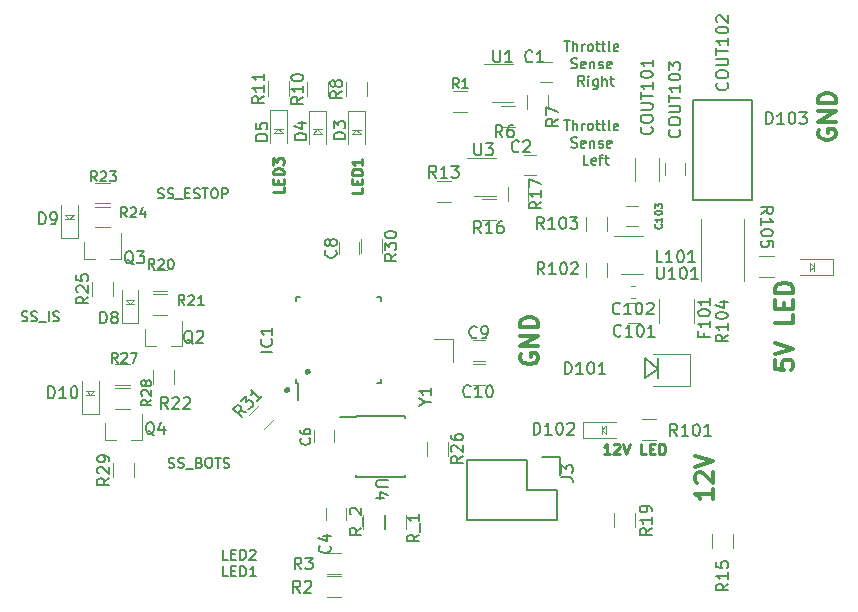
<source format=gto>
G04 #@! TF.GenerationSoftware,KiCad,Pcbnew,5.0.2-bee76a0~70~ubuntu18.04.1*
G04 #@! TF.CreationDate,2019-04-11T22:59:15-04:00*
G04 #@! TF.ProjectId,throttle,7468726f-7474-46c6-952e-6b696361645f,rev?*
G04 #@! TF.SameCoordinates,Original*
G04 #@! TF.FileFunction,Legend,Top*
G04 #@! TF.FilePolarity,Positive*
%FSLAX46Y46*%
G04 Gerber Fmt 4.6, Leading zero omitted, Abs format (unit mm)*
G04 Created by KiCad (PCBNEW 5.0.2-bee76a0~70~ubuntu18.04.1) date Thu 11 Apr 2019 10:59:15 PM EDT*
%MOMM*%
%LPD*%
G01*
G04 APERTURE LIST*
%ADD10C,0.222250*%
%ADD11C,0.190500*%
%ADD12C,0.300000*%
%ADD13C,0.120000*%
%ADD14C,0.100000*%
%ADD15C,0.150000*%
%ADD16C,0.200000*%
%ADD17C,0.500000*%
G04 APERTURE END LIST*
D10*
X94754700Y-69448891D02*
X94246700Y-69448891D01*
X94500700Y-69448891D02*
X94500700Y-68559891D01*
X94416033Y-68686891D01*
X94331366Y-68771558D01*
X94246700Y-68813891D01*
X95093366Y-68644558D02*
X95135700Y-68602225D01*
X95220366Y-68559891D01*
X95432033Y-68559891D01*
X95516700Y-68602225D01*
X95559033Y-68644558D01*
X95601366Y-68729225D01*
X95601366Y-68813891D01*
X95559033Y-68940891D01*
X95051033Y-69448891D01*
X95601366Y-69448891D01*
X95855366Y-68559891D02*
X96151700Y-69448891D01*
X96448033Y-68559891D01*
X97845033Y-69448891D02*
X97421700Y-69448891D01*
X97421700Y-68559891D01*
X98141366Y-68983225D02*
X98437700Y-68983225D01*
X98564700Y-69448891D02*
X98141366Y-69448891D01*
X98141366Y-68559891D01*
X98564700Y-68559891D01*
X98945700Y-69448891D02*
X98945700Y-68559891D01*
X99157366Y-68559891D01*
X99284366Y-68602225D01*
X99369033Y-68686891D01*
X99411366Y-68771558D01*
X99453700Y-68940891D01*
X99453700Y-69067891D01*
X99411366Y-69237225D01*
X99369033Y-69321891D01*
X99284366Y-69406558D01*
X99157366Y-69448891D01*
X98945700Y-69448891D01*
X67153366Y-46816433D02*
X67153366Y-47239766D01*
X66264366Y-47239766D01*
X66687700Y-46520100D02*
X66687700Y-46223766D01*
X67153366Y-46096766D02*
X67153366Y-46520100D01*
X66264366Y-46520100D01*
X66264366Y-46096766D01*
X67153366Y-45715766D02*
X66264366Y-45715766D01*
X66264366Y-45504100D01*
X66306700Y-45377100D01*
X66391366Y-45292433D01*
X66476033Y-45250100D01*
X66645366Y-45207766D01*
X66772366Y-45207766D01*
X66941700Y-45250100D01*
X67026366Y-45292433D01*
X67111033Y-45377100D01*
X67153366Y-45504100D01*
X67153366Y-45715766D01*
X66264366Y-44911433D02*
X66264366Y-44361100D01*
X66603033Y-44657433D01*
X66603033Y-44530433D01*
X66645366Y-44445766D01*
X66687700Y-44403433D01*
X66772366Y-44361100D01*
X66984033Y-44361100D01*
X67068700Y-44403433D01*
X67111033Y-44445766D01*
X67153366Y-44530433D01*
X67153366Y-44784433D01*
X67111033Y-44869100D01*
X67068700Y-44911433D01*
X73782766Y-46892633D02*
X73782766Y-47315966D01*
X72893766Y-47315966D01*
X73317100Y-46596300D02*
X73317100Y-46299966D01*
X73782766Y-46172966D02*
X73782766Y-46596300D01*
X72893766Y-46596300D01*
X72893766Y-46172966D01*
X73782766Y-45791966D02*
X72893766Y-45791966D01*
X72893766Y-45580300D01*
X72936100Y-45453300D01*
X73020766Y-45368633D01*
X73105433Y-45326300D01*
X73274766Y-45283966D01*
X73401766Y-45283966D01*
X73571100Y-45326300D01*
X73655766Y-45368633D01*
X73740433Y-45453300D01*
X73782766Y-45580300D01*
X73782766Y-45791966D01*
X73782766Y-44437300D02*
X73782766Y-44945300D01*
X73782766Y-44691300D02*
X72893766Y-44691300D01*
X73020766Y-44775966D01*
X73105433Y-44860633D01*
X73147766Y-44945300D01*
D11*
X62421809Y-79759523D02*
X62017047Y-79759523D01*
X62017047Y-78909523D01*
X62705142Y-79314285D02*
X62988476Y-79314285D01*
X63109904Y-79759523D02*
X62705142Y-79759523D01*
X62705142Y-78909523D01*
X63109904Y-78909523D01*
X63474190Y-79759523D02*
X63474190Y-78909523D01*
X63676571Y-78909523D01*
X63798000Y-78950000D01*
X63878952Y-79030952D01*
X63919428Y-79111904D01*
X63959904Y-79273809D01*
X63959904Y-79395238D01*
X63919428Y-79557142D01*
X63878952Y-79638095D01*
X63798000Y-79719047D01*
X63676571Y-79759523D01*
X63474190Y-79759523D01*
X64769428Y-79759523D02*
X64283714Y-79759523D01*
X64526571Y-79759523D02*
X64526571Y-78909523D01*
X64445619Y-79030952D01*
X64364666Y-79111904D01*
X64283714Y-79152380D01*
X62421809Y-78362523D02*
X62017047Y-78362523D01*
X62017047Y-77512523D01*
X62705142Y-77917285D02*
X62988476Y-77917285D01*
X63109904Y-78362523D02*
X62705142Y-78362523D01*
X62705142Y-77512523D01*
X63109904Y-77512523D01*
X63474190Y-78362523D02*
X63474190Y-77512523D01*
X63676571Y-77512523D01*
X63798000Y-77553000D01*
X63878952Y-77633952D01*
X63919428Y-77714904D01*
X63959904Y-77876809D01*
X63959904Y-77998238D01*
X63919428Y-78160142D01*
X63878952Y-78241095D01*
X63798000Y-78322047D01*
X63676571Y-78362523D01*
X63474190Y-78362523D01*
X64283714Y-77593476D02*
X64324190Y-77553000D01*
X64405142Y-77512523D01*
X64607523Y-77512523D01*
X64688476Y-77553000D01*
X64728952Y-77593476D01*
X64769428Y-77674428D01*
X64769428Y-77755380D01*
X64728952Y-77876809D01*
X64243238Y-78362523D01*
X64769428Y-78362523D01*
X56506638Y-47740447D02*
X56628066Y-47780923D01*
X56830447Y-47780923D01*
X56911400Y-47740447D01*
X56951876Y-47699971D01*
X56992352Y-47619019D01*
X56992352Y-47538066D01*
X56951876Y-47457114D01*
X56911400Y-47416638D01*
X56830447Y-47376161D01*
X56668542Y-47335685D01*
X56587590Y-47295209D01*
X56547114Y-47254733D01*
X56506638Y-47173780D01*
X56506638Y-47092828D01*
X56547114Y-47011876D01*
X56587590Y-46971400D01*
X56668542Y-46930923D01*
X56870923Y-46930923D01*
X56992352Y-46971400D01*
X57316161Y-47740447D02*
X57437590Y-47780923D01*
X57639971Y-47780923D01*
X57720923Y-47740447D01*
X57761400Y-47699971D01*
X57801876Y-47619019D01*
X57801876Y-47538066D01*
X57761400Y-47457114D01*
X57720923Y-47416638D01*
X57639971Y-47376161D01*
X57478066Y-47335685D01*
X57397114Y-47295209D01*
X57356638Y-47254733D01*
X57316161Y-47173780D01*
X57316161Y-47092828D01*
X57356638Y-47011876D01*
X57397114Y-46971400D01*
X57478066Y-46930923D01*
X57680447Y-46930923D01*
X57801876Y-46971400D01*
X57963780Y-47861876D02*
X58611400Y-47861876D01*
X58813780Y-47335685D02*
X59097114Y-47335685D01*
X59218542Y-47780923D02*
X58813780Y-47780923D01*
X58813780Y-46930923D01*
X59218542Y-46930923D01*
X59542352Y-47740447D02*
X59663780Y-47780923D01*
X59866161Y-47780923D01*
X59947114Y-47740447D01*
X59987590Y-47699971D01*
X60028066Y-47619019D01*
X60028066Y-47538066D01*
X59987590Y-47457114D01*
X59947114Y-47416638D01*
X59866161Y-47376161D01*
X59704257Y-47335685D01*
X59623304Y-47295209D01*
X59582828Y-47254733D01*
X59542352Y-47173780D01*
X59542352Y-47092828D01*
X59582828Y-47011876D01*
X59623304Y-46971400D01*
X59704257Y-46930923D01*
X59906638Y-46930923D01*
X60028066Y-46971400D01*
X60270923Y-46930923D02*
X60756638Y-46930923D01*
X60513780Y-47780923D02*
X60513780Y-46930923D01*
X61201876Y-46930923D02*
X61363780Y-46930923D01*
X61444733Y-46971400D01*
X61525685Y-47052352D01*
X61566161Y-47214257D01*
X61566161Y-47497590D01*
X61525685Y-47659495D01*
X61444733Y-47740447D01*
X61363780Y-47780923D01*
X61201876Y-47780923D01*
X61120923Y-47740447D01*
X61039971Y-47659495D01*
X60999495Y-47497590D01*
X60999495Y-47214257D01*
X61039971Y-47052352D01*
X61120923Y-46971400D01*
X61201876Y-46930923D01*
X61930447Y-47780923D02*
X61930447Y-46930923D01*
X62254257Y-46930923D01*
X62335209Y-46971400D01*
X62375685Y-47011876D01*
X62416161Y-47092828D01*
X62416161Y-47214257D01*
X62375685Y-47295209D01*
X62335209Y-47335685D01*
X62254257Y-47376161D01*
X61930447Y-47376161D01*
X44954228Y-58154447D02*
X45075657Y-58194923D01*
X45278038Y-58194923D01*
X45358990Y-58154447D01*
X45399466Y-58113971D01*
X45439942Y-58033019D01*
X45439942Y-57952066D01*
X45399466Y-57871114D01*
X45358990Y-57830638D01*
X45278038Y-57790161D01*
X45116133Y-57749685D01*
X45035180Y-57709209D01*
X44994704Y-57668733D01*
X44954228Y-57587780D01*
X44954228Y-57506828D01*
X44994704Y-57425876D01*
X45035180Y-57385400D01*
X45116133Y-57344923D01*
X45318514Y-57344923D01*
X45439942Y-57385400D01*
X45763752Y-58154447D02*
X45885180Y-58194923D01*
X46087561Y-58194923D01*
X46168514Y-58154447D01*
X46208990Y-58113971D01*
X46249466Y-58033019D01*
X46249466Y-57952066D01*
X46208990Y-57871114D01*
X46168514Y-57830638D01*
X46087561Y-57790161D01*
X45925657Y-57749685D01*
X45844704Y-57709209D01*
X45804228Y-57668733D01*
X45763752Y-57587780D01*
X45763752Y-57506828D01*
X45804228Y-57425876D01*
X45844704Y-57385400D01*
X45925657Y-57344923D01*
X46128038Y-57344923D01*
X46249466Y-57385400D01*
X46411371Y-58275876D02*
X47058990Y-58275876D01*
X47261371Y-58194923D02*
X47261371Y-57344923D01*
X47625657Y-58154447D02*
X47747085Y-58194923D01*
X47949466Y-58194923D01*
X48030419Y-58154447D01*
X48070895Y-58113971D01*
X48111371Y-58033019D01*
X48111371Y-57952066D01*
X48070895Y-57871114D01*
X48030419Y-57830638D01*
X47949466Y-57790161D01*
X47787561Y-57749685D01*
X47706609Y-57709209D01*
X47666133Y-57668733D01*
X47625657Y-57587780D01*
X47625657Y-57506828D01*
X47666133Y-57425876D01*
X47706609Y-57385400D01*
X47787561Y-57344923D01*
X47989942Y-57344923D01*
X48111371Y-57385400D01*
X57399161Y-70549647D02*
X57520590Y-70590123D01*
X57722971Y-70590123D01*
X57803923Y-70549647D01*
X57844400Y-70509171D01*
X57884876Y-70428219D01*
X57884876Y-70347266D01*
X57844400Y-70266314D01*
X57803923Y-70225838D01*
X57722971Y-70185361D01*
X57561066Y-70144885D01*
X57480114Y-70104409D01*
X57439638Y-70063933D01*
X57399161Y-69982980D01*
X57399161Y-69902028D01*
X57439638Y-69821076D01*
X57480114Y-69780600D01*
X57561066Y-69740123D01*
X57763447Y-69740123D01*
X57884876Y-69780600D01*
X58208685Y-70549647D02*
X58330114Y-70590123D01*
X58532495Y-70590123D01*
X58613447Y-70549647D01*
X58653923Y-70509171D01*
X58694400Y-70428219D01*
X58694400Y-70347266D01*
X58653923Y-70266314D01*
X58613447Y-70225838D01*
X58532495Y-70185361D01*
X58370590Y-70144885D01*
X58289638Y-70104409D01*
X58249161Y-70063933D01*
X58208685Y-69982980D01*
X58208685Y-69902028D01*
X58249161Y-69821076D01*
X58289638Y-69780600D01*
X58370590Y-69740123D01*
X58572971Y-69740123D01*
X58694400Y-69780600D01*
X58856304Y-70671076D02*
X59503923Y-70671076D01*
X59989638Y-70144885D02*
X60111066Y-70185361D01*
X60151542Y-70225838D01*
X60192019Y-70306790D01*
X60192019Y-70428219D01*
X60151542Y-70509171D01*
X60111066Y-70549647D01*
X60030114Y-70590123D01*
X59706304Y-70590123D01*
X59706304Y-69740123D01*
X59989638Y-69740123D01*
X60070590Y-69780600D01*
X60111066Y-69821076D01*
X60151542Y-69902028D01*
X60151542Y-69982980D01*
X60111066Y-70063933D01*
X60070590Y-70104409D01*
X59989638Y-70144885D01*
X59706304Y-70144885D01*
X60718209Y-69740123D02*
X60880114Y-69740123D01*
X60961066Y-69780600D01*
X61042019Y-69861552D01*
X61082495Y-70023457D01*
X61082495Y-70306790D01*
X61042019Y-70468695D01*
X60961066Y-70549647D01*
X60880114Y-70590123D01*
X60718209Y-70590123D01*
X60637257Y-70549647D01*
X60556304Y-70468695D01*
X60515828Y-70306790D01*
X60515828Y-70023457D01*
X60556304Y-69861552D01*
X60637257Y-69780600D01*
X60718209Y-69740123D01*
X61325352Y-69740123D02*
X61811066Y-69740123D01*
X61568209Y-70590123D02*
X61568209Y-69740123D01*
X62053923Y-70549647D02*
X62175352Y-70590123D01*
X62377733Y-70590123D01*
X62458685Y-70549647D01*
X62499161Y-70509171D01*
X62539638Y-70428219D01*
X62539638Y-70347266D01*
X62499161Y-70266314D01*
X62458685Y-70225838D01*
X62377733Y-70185361D01*
X62215828Y-70144885D01*
X62134876Y-70104409D01*
X62094400Y-70063933D01*
X62053923Y-69982980D01*
X62053923Y-69902028D01*
X62094400Y-69821076D01*
X62134876Y-69780600D01*
X62215828Y-69740123D01*
X62418209Y-69740123D01*
X62539638Y-69780600D01*
X90864071Y-41151273D02*
X91349785Y-41151273D01*
X91106928Y-42001273D02*
X91106928Y-41151273D01*
X91633119Y-42001273D02*
X91633119Y-41151273D01*
X91997404Y-42001273D02*
X91997404Y-41556035D01*
X91956928Y-41475083D01*
X91875976Y-41434607D01*
X91754547Y-41434607D01*
X91673595Y-41475083D01*
X91633119Y-41515559D01*
X92402166Y-42001273D02*
X92402166Y-41434607D01*
X92402166Y-41596511D02*
X92442642Y-41515559D01*
X92483119Y-41475083D01*
X92564071Y-41434607D01*
X92645023Y-41434607D01*
X93049785Y-42001273D02*
X92968833Y-41960797D01*
X92928357Y-41920321D01*
X92887880Y-41839369D01*
X92887880Y-41596511D01*
X92928357Y-41515559D01*
X92968833Y-41475083D01*
X93049785Y-41434607D01*
X93171214Y-41434607D01*
X93252166Y-41475083D01*
X93292642Y-41515559D01*
X93333119Y-41596511D01*
X93333119Y-41839369D01*
X93292642Y-41920321D01*
X93252166Y-41960797D01*
X93171214Y-42001273D01*
X93049785Y-42001273D01*
X93575976Y-41434607D02*
X93899785Y-41434607D01*
X93697404Y-41151273D02*
X93697404Y-41879845D01*
X93737880Y-41960797D01*
X93818833Y-42001273D01*
X93899785Y-42001273D01*
X94061690Y-41434607D02*
X94385500Y-41434607D01*
X94183119Y-41151273D02*
X94183119Y-41879845D01*
X94223595Y-41960797D01*
X94304547Y-42001273D01*
X94385500Y-42001273D01*
X94790261Y-42001273D02*
X94709309Y-41960797D01*
X94668833Y-41879845D01*
X94668833Y-41151273D01*
X95437880Y-41960797D02*
X95356928Y-42001273D01*
X95195023Y-42001273D01*
X95114071Y-41960797D01*
X95073595Y-41879845D01*
X95073595Y-41556035D01*
X95114071Y-41475083D01*
X95195023Y-41434607D01*
X95356928Y-41434607D01*
X95437880Y-41475083D01*
X95478357Y-41556035D01*
X95478357Y-41636988D01*
X95073595Y-41717940D01*
X91511690Y-43426297D02*
X91633119Y-43466773D01*
X91835500Y-43466773D01*
X91916452Y-43426297D01*
X91956928Y-43385821D01*
X91997404Y-43304869D01*
X91997404Y-43223916D01*
X91956928Y-43142964D01*
X91916452Y-43102488D01*
X91835500Y-43062011D01*
X91673595Y-43021535D01*
X91592642Y-42981059D01*
X91552166Y-42940583D01*
X91511690Y-42859630D01*
X91511690Y-42778678D01*
X91552166Y-42697726D01*
X91592642Y-42657250D01*
X91673595Y-42616773D01*
X91875976Y-42616773D01*
X91997404Y-42657250D01*
X92685500Y-43426297D02*
X92604547Y-43466773D01*
X92442642Y-43466773D01*
X92361690Y-43426297D01*
X92321214Y-43345345D01*
X92321214Y-43021535D01*
X92361690Y-42940583D01*
X92442642Y-42900107D01*
X92604547Y-42900107D01*
X92685500Y-42940583D01*
X92725976Y-43021535D01*
X92725976Y-43102488D01*
X92321214Y-43183440D01*
X93090261Y-42900107D02*
X93090261Y-43466773D01*
X93090261Y-42981059D02*
X93130738Y-42940583D01*
X93211690Y-42900107D01*
X93333119Y-42900107D01*
X93414071Y-42940583D01*
X93454547Y-43021535D01*
X93454547Y-43466773D01*
X93818833Y-43426297D02*
X93899785Y-43466773D01*
X94061690Y-43466773D01*
X94142642Y-43426297D01*
X94183119Y-43345345D01*
X94183119Y-43304869D01*
X94142642Y-43223916D01*
X94061690Y-43183440D01*
X93940261Y-43183440D01*
X93859309Y-43142964D01*
X93818833Y-43062011D01*
X93818833Y-43021535D01*
X93859309Y-42940583D01*
X93940261Y-42900107D01*
X94061690Y-42900107D01*
X94142642Y-42940583D01*
X94871214Y-43426297D02*
X94790261Y-43466773D01*
X94628357Y-43466773D01*
X94547404Y-43426297D01*
X94506928Y-43345345D01*
X94506928Y-43021535D01*
X94547404Y-42940583D01*
X94628357Y-42900107D01*
X94790261Y-42900107D01*
X94871214Y-42940583D01*
X94911690Y-43021535D01*
X94911690Y-43102488D01*
X94506928Y-43183440D01*
X92948595Y-44932273D02*
X92543833Y-44932273D01*
X92543833Y-44082273D01*
X93555738Y-44891797D02*
X93474785Y-44932273D01*
X93312880Y-44932273D01*
X93231928Y-44891797D01*
X93191452Y-44810845D01*
X93191452Y-44487035D01*
X93231928Y-44406083D01*
X93312880Y-44365607D01*
X93474785Y-44365607D01*
X93555738Y-44406083D01*
X93596214Y-44487035D01*
X93596214Y-44567988D01*
X93191452Y-44648940D01*
X93839071Y-44365607D02*
X94162880Y-44365607D01*
X93960500Y-44932273D02*
X93960500Y-44203702D01*
X94000976Y-44122750D01*
X94081928Y-44082273D01*
X94162880Y-44082273D01*
X94324785Y-44365607D02*
X94648595Y-44365607D01*
X94446214Y-44082273D02*
X94446214Y-44810845D01*
X94486690Y-44891797D01*
X94567642Y-44932273D01*
X94648595Y-44932273D01*
X90864071Y-34454523D02*
X91349785Y-34454523D01*
X91106928Y-35304523D02*
X91106928Y-34454523D01*
X91633119Y-35304523D02*
X91633119Y-34454523D01*
X91997404Y-35304523D02*
X91997404Y-34859285D01*
X91956928Y-34778333D01*
X91875976Y-34737857D01*
X91754547Y-34737857D01*
X91673595Y-34778333D01*
X91633119Y-34818809D01*
X92402166Y-35304523D02*
X92402166Y-34737857D01*
X92402166Y-34899761D02*
X92442642Y-34818809D01*
X92483119Y-34778333D01*
X92564071Y-34737857D01*
X92645023Y-34737857D01*
X93049785Y-35304523D02*
X92968833Y-35264047D01*
X92928357Y-35223571D01*
X92887880Y-35142619D01*
X92887880Y-34899761D01*
X92928357Y-34818809D01*
X92968833Y-34778333D01*
X93049785Y-34737857D01*
X93171214Y-34737857D01*
X93252166Y-34778333D01*
X93292642Y-34818809D01*
X93333119Y-34899761D01*
X93333119Y-35142619D01*
X93292642Y-35223571D01*
X93252166Y-35264047D01*
X93171214Y-35304523D01*
X93049785Y-35304523D01*
X93575976Y-34737857D02*
X93899785Y-34737857D01*
X93697404Y-34454523D02*
X93697404Y-35183095D01*
X93737880Y-35264047D01*
X93818833Y-35304523D01*
X93899785Y-35304523D01*
X94061690Y-34737857D02*
X94385500Y-34737857D01*
X94183119Y-34454523D02*
X94183119Y-35183095D01*
X94223595Y-35264047D01*
X94304547Y-35304523D01*
X94385500Y-35304523D01*
X94790261Y-35304523D02*
X94709309Y-35264047D01*
X94668833Y-35183095D01*
X94668833Y-34454523D01*
X95437880Y-35264047D02*
X95356928Y-35304523D01*
X95195023Y-35304523D01*
X95114071Y-35264047D01*
X95073595Y-35183095D01*
X95073595Y-34859285D01*
X95114071Y-34778333D01*
X95195023Y-34737857D01*
X95356928Y-34737857D01*
X95437880Y-34778333D01*
X95478357Y-34859285D01*
X95478357Y-34940238D01*
X95073595Y-35021190D01*
X91511690Y-36729547D02*
X91633119Y-36770023D01*
X91835500Y-36770023D01*
X91916452Y-36729547D01*
X91956928Y-36689071D01*
X91997404Y-36608119D01*
X91997404Y-36527166D01*
X91956928Y-36446214D01*
X91916452Y-36405738D01*
X91835500Y-36365261D01*
X91673595Y-36324785D01*
X91592642Y-36284309D01*
X91552166Y-36243833D01*
X91511690Y-36162880D01*
X91511690Y-36081928D01*
X91552166Y-36000976D01*
X91592642Y-35960500D01*
X91673595Y-35920023D01*
X91875976Y-35920023D01*
X91997404Y-35960500D01*
X92685500Y-36729547D02*
X92604547Y-36770023D01*
X92442642Y-36770023D01*
X92361690Y-36729547D01*
X92321214Y-36648595D01*
X92321214Y-36324785D01*
X92361690Y-36243833D01*
X92442642Y-36203357D01*
X92604547Y-36203357D01*
X92685500Y-36243833D01*
X92725976Y-36324785D01*
X92725976Y-36405738D01*
X92321214Y-36486690D01*
X93090261Y-36203357D02*
X93090261Y-36770023D01*
X93090261Y-36284309D02*
X93130738Y-36243833D01*
X93211690Y-36203357D01*
X93333119Y-36203357D01*
X93414071Y-36243833D01*
X93454547Y-36324785D01*
X93454547Y-36770023D01*
X93818833Y-36729547D02*
X93899785Y-36770023D01*
X94061690Y-36770023D01*
X94142642Y-36729547D01*
X94183119Y-36648595D01*
X94183119Y-36608119D01*
X94142642Y-36527166D01*
X94061690Y-36486690D01*
X93940261Y-36486690D01*
X93859309Y-36446214D01*
X93818833Y-36365261D01*
X93818833Y-36324785D01*
X93859309Y-36243833D01*
X93940261Y-36203357D01*
X94061690Y-36203357D01*
X94142642Y-36243833D01*
X94871214Y-36729547D02*
X94790261Y-36770023D01*
X94628357Y-36770023D01*
X94547404Y-36729547D01*
X94506928Y-36648595D01*
X94506928Y-36324785D01*
X94547404Y-36243833D01*
X94628357Y-36203357D01*
X94790261Y-36203357D01*
X94871214Y-36243833D01*
X94911690Y-36324785D01*
X94911690Y-36405738D01*
X94506928Y-36486690D01*
X92584309Y-38235523D02*
X92300976Y-37830761D01*
X92098595Y-38235523D02*
X92098595Y-37385523D01*
X92422404Y-37385523D01*
X92503357Y-37426000D01*
X92543833Y-37466476D01*
X92584309Y-37547428D01*
X92584309Y-37668857D01*
X92543833Y-37749809D01*
X92503357Y-37790285D01*
X92422404Y-37830761D01*
X92098595Y-37830761D01*
X92948595Y-38235523D02*
X92948595Y-37668857D01*
X92948595Y-37385523D02*
X92908119Y-37426000D01*
X92948595Y-37466476D01*
X92989071Y-37426000D01*
X92948595Y-37385523D01*
X92948595Y-37466476D01*
X93717642Y-37668857D02*
X93717642Y-38356952D01*
X93677166Y-38437904D01*
X93636690Y-38478380D01*
X93555738Y-38518857D01*
X93434309Y-38518857D01*
X93353357Y-38478380D01*
X93717642Y-38195047D02*
X93636690Y-38235523D01*
X93474785Y-38235523D01*
X93393833Y-38195047D01*
X93353357Y-38154571D01*
X93312880Y-38073619D01*
X93312880Y-37830761D01*
X93353357Y-37749809D01*
X93393833Y-37709333D01*
X93474785Y-37668857D01*
X93636690Y-37668857D01*
X93717642Y-37709333D01*
X94122404Y-38235523D02*
X94122404Y-37385523D01*
X94486690Y-38235523D02*
X94486690Y-37790285D01*
X94446214Y-37709333D01*
X94365261Y-37668857D01*
X94243833Y-37668857D01*
X94162880Y-37709333D01*
X94122404Y-37749809D01*
X94770023Y-37668857D02*
X95093833Y-37668857D01*
X94891452Y-37385523D02*
X94891452Y-38114095D01*
X94931928Y-38195047D01*
X95012880Y-38235523D01*
X95093833Y-38235523D01*
D12*
X108779571Y-61490657D02*
X108779571Y-62204942D01*
X109493857Y-62276371D01*
X109422428Y-62204942D01*
X109351000Y-62062085D01*
X109351000Y-61704942D01*
X109422428Y-61562085D01*
X109493857Y-61490657D01*
X109636714Y-61419228D01*
X109993857Y-61419228D01*
X110136714Y-61490657D01*
X110208142Y-61562085D01*
X110279571Y-61704942D01*
X110279571Y-62062085D01*
X110208142Y-62204942D01*
X110136714Y-62276371D01*
X108779571Y-60990657D02*
X110279571Y-60490657D01*
X108779571Y-59990657D01*
X110279571Y-57633514D02*
X110279571Y-58347800D01*
X108779571Y-58347800D01*
X109493857Y-57133514D02*
X109493857Y-56633514D01*
X110279571Y-56419228D02*
X110279571Y-57133514D01*
X108779571Y-57133514D01*
X108779571Y-56419228D01*
X110279571Y-55776371D02*
X108779571Y-55776371D01*
X108779571Y-55419228D01*
X108851000Y-55204942D01*
X108993857Y-55062085D01*
X109136714Y-54990657D01*
X109422428Y-54919228D01*
X109636714Y-54919228D01*
X109922428Y-54990657D01*
X110065285Y-55062085D01*
X110208142Y-55204942D01*
X110279571Y-55419228D01*
X110279571Y-55776371D01*
X112482623Y-41982214D02*
X112411194Y-42125071D01*
X112411194Y-42339357D01*
X112482623Y-42553642D01*
X112625480Y-42696499D01*
X112768337Y-42767928D01*
X113054051Y-42839357D01*
X113268337Y-42839357D01*
X113554051Y-42767928D01*
X113696908Y-42696499D01*
X113839765Y-42553642D01*
X113911194Y-42339357D01*
X113911194Y-42196499D01*
X113839765Y-41982214D01*
X113768337Y-41910785D01*
X113268337Y-41910785D01*
X113268337Y-42196499D01*
X113911194Y-41267928D02*
X112411194Y-41267928D01*
X113911194Y-40410785D01*
X112411194Y-40410785D01*
X113911194Y-39696499D02*
X112411194Y-39696499D01*
X112411194Y-39339357D01*
X112482623Y-39125071D01*
X112625480Y-38982214D01*
X112768337Y-38910785D01*
X113054051Y-38839357D01*
X113268337Y-38839357D01*
X113554051Y-38910785D01*
X113696908Y-38982214D01*
X113839765Y-39125071D01*
X113911194Y-39339357D01*
X113911194Y-39696499D01*
X87261000Y-60959857D02*
X87189571Y-61102714D01*
X87189571Y-61317000D01*
X87261000Y-61531285D01*
X87403857Y-61674142D01*
X87546714Y-61745571D01*
X87832428Y-61817000D01*
X88046714Y-61817000D01*
X88332428Y-61745571D01*
X88475285Y-61674142D01*
X88618142Y-61531285D01*
X88689571Y-61317000D01*
X88689571Y-61174142D01*
X88618142Y-60959857D01*
X88546714Y-60888428D01*
X88046714Y-60888428D01*
X88046714Y-61174142D01*
X88689571Y-60245571D02*
X87189571Y-60245571D01*
X88689571Y-59388428D01*
X87189571Y-59388428D01*
X88689571Y-58674142D02*
X87189571Y-58674142D01*
X87189571Y-58317000D01*
X87261000Y-58102714D01*
X87403857Y-57959857D01*
X87546714Y-57888428D01*
X87832428Y-57817000D01*
X88046714Y-57817000D01*
X88332428Y-57888428D01*
X88475285Y-57959857D01*
X88618142Y-58102714D01*
X88689571Y-58317000D01*
X88689571Y-58674142D01*
X103504814Y-72407948D02*
X103504814Y-73265091D01*
X103504814Y-72836519D02*
X102004814Y-72836519D01*
X102219100Y-72979377D01*
X102361957Y-73122234D01*
X102433385Y-73265091D01*
X102147671Y-71836519D02*
X102076243Y-71765091D01*
X102004814Y-71622234D01*
X102004814Y-71265091D01*
X102076243Y-71122234D01*
X102147671Y-71050805D01*
X102290528Y-70979377D01*
X102433385Y-70979377D01*
X102647671Y-71050805D01*
X103504814Y-71907948D01*
X103504814Y-70979377D01*
X102004814Y-70550805D02*
X103504814Y-70050805D01*
X102004814Y-69550805D01*
D13*
G04 #@! TO.C,R2*
X71999400Y-81499600D02*
X70799400Y-81499600D01*
X70799400Y-79739600D02*
X71999400Y-79739600D01*
G04 #@! TO.C,R3*
X70835000Y-77783800D02*
X72035000Y-77783800D01*
X72035000Y-79543800D02*
X70835000Y-79543800D01*
G04 #@! TO.C,R_2*
X73859500Y-75781500D02*
X73859500Y-74581500D01*
X75619500Y-74581500D02*
X75619500Y-75781500D01*
G04 #@! TO.C,C102*
X96901402Y-55201057D02*
X96575844Y-55201057D01*
X96901402Y-56221057D02*
X96575844Y-56221057D01*
G04 #@! TO.C,C101*
X97329303Y-56666997D02*
X96329303Y-56666997D01*
X96329303Y-58366997D02*
X97329303Y-58366997D01*
G04 #@! TO.C,D3*
X74011220Y-40359223D02*
X74011220Y-43159223D01*
X72611220Y-40359223D02*
X72611220Y-43159223D01*
X74011220Y-40359223D02*
X72611220Y-40359223D01*
D14*
X73311220Y-41959223D02*
X73611220Y-42259223D01*
X73611220Y-42259223D02*
X73661220Y-42309223D01*
X73661220Y-42309223D02*
X73011220Y-42309223D01*
X72961220Y-42309223D02*
X73011220Y-42309223D01*
X73011220Y-42309223D02*
X72961220Y-42309223D01*
X72961220Y-42309223D02*
X73311220Y-41959223D01*
X73311220Y-41959223D02*
X73661220Y-41959223D01*
X72961220Y-41959223D02*
X73311220Y-41959223D01*
D13*
G04 #@! TO.C,D5*
X67407220Y-40275223D02*
X67407220Y-43075223D01*
X66007220Y-40275223D02*
X66007220Y-43075223D01*
X67407220Y-40275223D02*
X66007220Y-40275223D01*
D14*
X66707220Y-41875223D02*
X67007220Y-42175223D01*
X67007220Y-42175223D02*
X67057220Y-42225223D01*
X67057220Y-42225223D02*
X66407220Y-42225223D01*
X66357220Y-42225223D02*
X66407220Y-42225223D01*
X66407220Y-42225223D02*
X66357220Y-42225223D01*
X66357220Y-42225223D02*
X66707220Y-41875223D01*
X66707220Y-41875223D02*
X67057220Y-41875223D01*
X66357220Y-41875223D02*
X66707220Y-41875223D01*
D13*
G04 #@! TO.C,R26*
X81080500Y-68361000D02*
X81080500Y-69561000D01*
X79320500Y-69561000D02*
X79320500Y-68361000D01*
G04 #@! TO.C,D4*
X70709220Y-40338723D02*
X70709220Y-43138723D01*
X69309220Y-40338723D02*
X69309220Y-43138723D01*
X70709220Y-40338723D02*
X69309220Y-40338723D01*
D14*
X70009220Y-41938723D02*
X70309220Y-42238723D01*
X70309220Y-42238723D02*
X70359220Y-42288723D01*
X70359220Y-42288723D02*
X69709220Y-42288723D01*
X69659220Y-42288723D02*
X69709220Y-42288723D01*
X69709220Y-42288723D02*
X69659220Y-42288723D01*
X69659220Y-42288723D02*
X70009220Y-41938723D01*
X70009220Y-41938723D02*
X70359220Y-41938723D01*
X69659220Y-41938723D02*
X70009220Y-41938723D01*
D13*
G04 #@! TO.C,U1*
X86567220Y-36405150D02*
X84117220Y-36405150D01*
X84767220Y-39625150D02*
X86567220Y-39625150D01*
D15*
G04 #@! TO.C,U4*
X73277659Y-66267706D02*
X71877659Y-66267706D01*
X73277659Y-71367706D02*
X77427659Y-71367706D01*
X73277659Y-66217706D02*
X77427659Y-66217706D01*
X73277659Y-71367706D02*
X73277659Y-71222706D01*
X77427659Y-71367706D02*
X77427659Y-71222706D01*
X77427659Y-66217706D02*
X77427659Y-66362706D01*
X73277659Y-66217706D02*
X73277659Y-66267706D01*
G04 #@! TO.C,J3*
X87757000Y-74993500D02*
X90297000Y-74993500D01*
X90297000Y-74993500D02*
X90297000Y-72453500D01*
X90577000Y-69633500D02*
X89027000Y-69633500D01*
X82677000Y-74993500D02*
X87757000Y-74993500D01*
X82677000Y-69913500D02*
X82677000Y-74993500D01*
X87757000Y-72453500D02*
X87757000Y-69913500D01*
X90297000Y-72453500D02*
X87757000Y-72453500D01*
X90577000Y-69633500D02*
X90577000Y-71183500D01*
X87757000Y-69913500D02*
X82677000Y-69913500D01*
D13*
G04 #@! TO.C,C1*
X89877219Y-36215150D02*
X88877219Y-36215150D01*
X88877219Y-37915150D02*
X89877219Y-37915150D01*
G04 #@! TO.C,C2*
X88496219Y-44089150D02*
X87496219Y-44089150D01*
X87496219Y-45789150D02*
X88496219Y-45789150D01*
G04 #@! TO.C,C4*
X70714500Y-73969500D02*
X70714500Y-74969500D01*
X72414500Y-74969500D02*
X72414500Y-73969500D01*
G04 #@! TO.C,C6*
X69698500Y-67365500D02*
X69698500Y-68365500D01*
X71398500Y-68365500D02*
X71398500Y-67365500D01*
G04 #@! TO.C,D8*
X53451800Y-58328019D02*
X53451800Y-55528019D01*
X54851800Y-58328019D02*
X54851800Y-55528019D01*
X53451800Y-58328019D02*
X54851800Y-58328019D01*
D14*
X54151800Y-56728019D02*
X53851800Y-56428019D01*
X53851800Y-56428019D02*
X53801800Y-56378019D01*
X53801800Y-56378019D02*
X54451800Y-56378019D01*
X54501800Y-56378019D02*
X54451800Y-56378019D01*
X54451800Y-56378019D02*
X54501800Y-56378019D01*
X54501800Y-56378019D02*
X54151800Y-56728019D01*
X54151800Y-56728019D02*
X53801800Y-56728019D01*
X54501800Y-56728019D02*
X54151800Y-56728019D01*
D13*
G04 #@! TO.C,D9*
X48308302Y-51152518D02*
X48308302Y-48352518D01*
X49708302Y-51152518D02*
X49708302Y-48352518D01*
X48308302Y-51152518D02*
X49708302Y-51152518D01*
D14*
X49008302Y-49552518D02*
X48708302Y-49252518D01*
X48708302Y-49252518D02*
X48658302Y-49202518D01*
X48658302Y-49202518D02*
X49308302Y-49202518D01*
X49358302Y-49202518D02*
X49308302Y-49202518D01*
X49308302Y-49202518D02*
X49358302Y-49202518D01*
X49358302Y-49202518D02*
X49008302Y-49552518D01*
X49008302Y-49552518D02*
X48658302Y-49552518D01*
X49358302Y-49552518D02*
X49008302Y-49552518D01*
D13*
G04 #@! TO.C,D10*
X50077368Y-66001234D02*
X50077368Y-63201234D01*
X51477368Y-66001234D02*
X51477368Y-63201234D01*
X50077368Y-66001234D02*
X51477368Y-66001234D01*
D14*
X50777368Y-64401234D02*
X50477368Y-64101234D01*
X50477368Y-64101234D02*
X50427368Y-64051234D01*
X50427368Y-64051234D02*
X51077368Y-64051234D01*
X51127368Y-64051234D02*
X51077368Y-64051234D01*
X51077368Y-64051234D02*
X51127368Y-64051234D01*
X51127368Y-64051234D02*
X50777368Y-64401234D01*
X50777368Y-64401234D02*
X50427368Y-64401234D01*
X51127368Y-64401234D02*
X50777368Y-64401234D01*
D13*
G04 #@! TO.C,Q2*
X55365801Y-60302020D02*
X55365801Y-58842020D01*
X58525801Y-60302020D02*
X58525801Y-58142020D01*
X58525801Y-60302020D02*
X57595801Y-60302020D01*
X55365801Y-60302020D02*
X56295801Y-60302020D01*
G04 #@! TO.C,Q3*
X50222301Y-52906518D02*
X50222301Y-51446518D01*
X53382301Y-52906518D02*
X53382301Y-50746518D01*
X53382301Y-52906518D02*
X52452301Y-52906518D01*
X50222301Y-52906518D02*
X51152301Y-52906518D01*
G04 #@! TO.C,Q4*
X51991369Y-68229234D02*
X51991369Y-66769234D01*
X55151369Y-68229234D02*
X55151369Y-66069234D01*
X55151369Y-68229234D02*
X54221369Y-68229234D01*
X51991369Y-68229234D02*
X52921369Y-68229234D01*
G04 #@! TO.C,R1*
X81493220Y-38725150D02*
X82693220Y-38725150D01*
X82693220Y-40485150D02*
X81493220Y-40485150D01*
G04 #@! TO.C,R6*
X85557218Y-39995150D02*
X86757218Y-39995150D01*
X86757218Y-41755150D02*
X85557218Y-41755150D01*
G04 #@! TO.C,R7*
X87751220Y-40205150D02*
X87751220Y-39005150D01*
X89511220Y-39005150D02*
X89511220Y-40205150D01*
G04 #@! TO.C,R8*
X72412370Y-39134003D02*
X72412370Y-37934003D01*
X74172370Y-37934003D02*
X74172370Y-39134003D01*
G04 #@! TO.C,R10*
X69110371Y-39134003D02*
X69110371Y-37934003D01*
X70870371Y-37934003D02*
X70870371Y-39134003D01*
G04 #@! TO.C,R11*
X65808369Y-39068004D02*
X65808369Y-37868004D01*
X67568369Y-37868004D02*
X67568369Y-39068004D01*
G04 #@! TO.C,R13*
X80096220Y-46345150D02*
X81296220Y-46345150D01*
X81296220Y-48105150D02*
X80096220Y-48105150D01*
G04 #@! TO.C,R15*
X105210500Y-76171500D02*
X105210500Y-77371500D01*
X103450500Y-77371500D02*
X103450500Y-76171500D01*
G04 #@! TO.C,R16*
X83906220Y-47869150D02*
X85106220Y-47869150D01*
X85106220Y-49629150D02*
X83906220Y-49629150D01*
G04 #@! TO.C,R17*
X86100219Y-48013150D02*
X86100219Y-46813150D01*
X87860219Y-46813150D02*
X87860219Y-48013150D01*
G04 #@! TO.C,R19*
X95132000Y-75591000D02*
X95132000Y-74391000D01*
X96892000Y-74391000D02*
X96892000Y-75591000D01*
G04 #@! TO.C,R20*
X57291800Y-55630017D02*
X56091800Y-55630017D01*
X56091800Y-53870017D02*
X57291800Y-53870017D01*
G04 #@! TO.C,R21*
X57291800Y-57662019D02*
X56091800Y-57662019D01*
X56091800Y-55902019D02*
X57291800Y-55902019D01*
G04 #@! TO.C,R22*
X56065799Y-63478017D02*
X56065799Y-62278017D01*
X57825799Y-62278017D02*
X57825799Y-63478017D01*
G04 #@! TO.C,R23*
X52402300Y-48200519D02*
X51202300Y-48200519D01*
X51202300Y-46440519D02*
X52402300Y-46440519D01*
G04 #@! TO.C,R24*
X52402301Y-50232517D02*
X51202301Y-50232517D01*
X51202301Y-48472517D02*
X52402301Y-48472517D01*
G04 #@! TO.C,R25*
X50922300Y-56048519D02*
X50922300Y-54848519D01*
X52682300Y-54848519D02*
X52682300Y-56048519D01*
G04 #@! TO.C,R27*
X54105369Y-63557233D02*
X52905369Y-63557233D01*
X52905369Y-61797233D02*
X54105369Y-61797233D01*
G04 #@! TO.C,R28*
X54105368Y-65589234D02*
X52905368Y-65589234D01*
X52905368Y-63829234D02*
X54105368Y-63829234D01*
G04 #@! TO.C,R29*
X52691369Y-71405234D02*
X52691369Y-70205234D01*
X54451369Y-70205234D02*
X54451369Y-71405234D01*
G04 #@! TO.C,U3*
X85086220Y-44345149D02*
X82636220Y-44345149D01*
X83286220Y-47565149D02*
X85086220Y-47565149D01*
G04 #@! TO.C,R_1*
X75764500Y-75781500D02*
X75764500Y-74581500D01*
X77524500Y-74581500D02*
X77524500Y-75781500D01*
D15*
G04 #@! TO.C,COUT102*
X106779123Y-47940057D02*
X101779123Y-47940057D01*
X106779123Y-39440057D02*
X106779123Y-47940057D01*
X101779123Y-39440057D02*
X106779123Y-39440057D01*
X101779123Y-47940057D02*
X101779123Y-39440057D01*
D13*
G04 #@! TO.C,C103*
X97159123Y-48447557D02*
X96159123Y-48447557D01*
X96159123Y-50147557D02*
X97159123Y-50147557D01*
G04 #@! TO.C,F101*
X101885623Y-56298557D02*
X101885623Y-58298557D01*
X98925623Y-58298557D02*
X98925623Y-56298557D01*
G04 #@! TO.C,R103*
X94536843Y-49324937D02*
X94536843Y-50524937D01*
X92776843Y-50524937D02*
X92776843Y-49324937D01*
G04 #@! TO.C,R102*
X94521603Y-53211137D02*
X94521603Y-54411137D01*
X92761603Y-54411137D02*
X92761603Y-53211137D01*
G04 #@! TO.C,R105*
X107428123Y-52689357D02*
X108628123Y-52689357D01*
X108628123Y-54449357D02*
X107428123Y-54449357D01*
G04 #@! TO.C,R104*
X106104203Y-49541157D02*
X106104203Y-54741157D01*
X102464203Y-54741157D02*
X102464203Y-49541157D01*
G04 #@! TO.C,U101*
X97543923Y-50981757D02*
X95093923Y-50981757D01*
X95743923Y-54201757D02*
X97543923Y-54201757D01*
G04 #@! TO.C,COUT101*
X98949123Y-46321057D02*
X98949123Y-44321057D01*
X96909123Y-44321057D02*
X96909123Y-46321057D01*
G04 #@! TO.C,COUT103*
X101128623Y-45797057D02*
X101128623Y-44797057D01*
X99428623Y-44797057D02*
X99428623Y-45797057D01*
G04 #@! TO.C,D101*
X101548623Y-63648557D02*
X98373623Y-63648557D01*
X101548623Y-60981557D02*
X98373623Y-60981557D01*
X101548623Y-63648557D02*
X101548623Y-60981557D01*
D16*
X98873623Y-63015057D02*
X98873623Y-61315057D01*
X98873623Y-62215057D02*
X97773623Y-63015057D01*
X97773623Y-63015057D02*
X97773623Y-61315057D01*
X97773623Y-61315057D02*
X98873623Y-62215057D01*
D13*
G04 #@! TO.C,D103*
X113628123Y-54269357D02*
X110828123Y-54269357D01*
X113628123Y-52869357D02*
X110828123Y-52869357D01*
X113628123Y-54269357D02*
X113628123Y-52869357D01*
D14*
X112028123Y-53569357D02*
X111728123Y-53869357D01*
X111728123Y-53869357D02*
X111678123Y-53919357D01*
X111678123Y-53919357D02*
X111678123Y-53269357D01*
X111678123Y-53219357D02*
X111678123Y-53269357D01*
X111678123Y-53269357D02*
X111678123Y-53219357D01*
X111678123Y-53219357D02*
X112028123Y-53569357D01*
X112028123Y-53569357D02*
X112028123Y-53919357D01*
X112028123Y-53219357D02*
X112028123Y-53569357D01*
D13*
G04 #@! TO.C,D102*
X92478123Y-66669357D02*
X95278123Y-66669357D01*
X92478123Y-68069357D02*
X95278123Y-68069357D01*
X92478123Y-66669357D02*
X92478123Y-68069357D01*
D14*
X94078123Y-67369357D02*
X94378123Y-67069357D01*
X94378123Y-67069357D02*
X94428123Y-67019357D01*
X94428123Y-67019357D02*
X94428123Y-67669357D01*
X94428123Y-67719357D02*
X94428123Y-67669357D01*
X94428123Y-67669357D02*
X94428123Y-67719357D01*
X94428123Y-67719357D02*
X94078123Y-67369357D01*
X94078123Y-67369357D02*
X94078123Y-67019357D01*
X94078123Y-67719357D02*
X94078123Y-67369357D01*
D13*
G04 #@! TO.C,R101*
X98678123Y-68249357D02*
X97478123Y-68249357D01*
X97478123Y-66489357D02*
X98678123Y-66489357D01*
G04 #@! TO.C,C8*
X73535292Y-52503669D02*
X73535292Y-51503669D01*
X71835292Y-51503669D02*
X71835292Y-52503669D01*
G04 #@! TO.C,C9*
X83154792Y-61505669D02*
X84154792Y-61505669D01*
X84154792Y-59805669D02*
X83154792Y-59805669D01*
G04 #@! TO.C,C10*
X83154792Y-63537669D02*
X84154792Y-63537669D01*
X84154792Y-61837669D02*
X83154792Y-61837669D01*
D15*
G04 #@! TO.C,IC1*
X68387293Y-63400668D02*
X68387293Y-64825668D01*
X68162293Y-56150668D02*
X68162293Y-56475668D01*
X75412293Y-56150668D02*
X75412293Y-56475668D01*
X75412293Y-63400668D02*
X75412293Y-63075668D01*
X68162293Y-63400668D02*
X68162293Y-63075668D01*
X75412293Y-63400668D02*
X75087293Y-63400668D01*
X75412293Y-56150668D02*
X75087293Y-56150668D01*
X68162293Y-56150668D02*
X68487293Y-56150668D01*
X68162293Y-63400668D02*
X68387293Y-63400668D01*
D17*
X67443893Y-63992068D02*
G75*
G03X67443893Y-63992068I-50800J0D01*
G01*
X69196493Y-62442668D02*
G75*
G03X69196493Y-62442668I-50800J0D01*
G01*
D13*
G04 #@! TO.C,R30*
X75470292Y-51226669D02*
X75470292Y-52426669D01*
X73710292Y-52426669D02*
X73710292Y-51226669D01*
G04 #@! TO.C,R31*
X64236023Y-66082430D02*
X65084551Y-65233902D01*
X66329059Y-66478410D02*
X65480531Y-67326938D01*
D14*
G04 #@! TO.C,Y1*
X81486292Y-59651169D02*
X79886292Y-59651169D01*
X81486292Y-59651169D02*
X81486292Y-61651169D01*
G04 #@! TO.C,R2*
D15*
X68540333Y-81148180D02*
X68207000Y-80671990D01*
X67968904Y-81148180D02*
X67968904Y-80148180D01*
X68349857Y-80148180D01*
X68445095Y-80195800D01*
X68492714Y-80243419D01*
X68540333Y-80338657D01*
X68540333Y-80481514D01*
X68492714Y-80576752D01*
X68445095Y-80624371D01*
X68349857Y-80671990D01*
X67968904Y-80671990D01*
X68921285Y-80243419D02*
X68968904Y-80195800D01*
X69064142Y-80148180D01*
X69302238Y-80148180D01*
X69397476Y-80195800D01*
X69445095Y-80243419D01*
X69492714Y-80338657D01*
X69492714Y-80433895D01*
X69445095Y-80576752D01*
X68873666Y-81148180D01*
X69492714Y-81148180D01*
G04 #@! TO.C,R3*
X68641933Y-79192380D02*
X68308600Y-78716190D01*
X68070504Y-79192380D02*
X68070504Y-78192380D01*
X68451457Y-78192380D01*
X68546695Y-78240000D01*
X68594314Y-78287619D01*
X68641933Y-78382857D01*
X68641933Y-78525714D01*
X68594314Y-78620952D01*
X68546695Y-78668571D01*
X68451457Y-78716190D01*
X68070504Y-78716190D01*
X68975266Y-78192380D02*
X69594314Y-78192380D01*
X69260980Y-78573333D01*
X69403838Y-78573333D01*
X69499076Y-78620952D01*
X69546695Y-78668571D01*
X69594314Y-78763809D01*
X69594314Y-79001904D01*
X69546695Y-79097142D01*
X69499076Y-79144761D01*
X69403838Y-79192380D01*
X69118123Y-79192380D01*
X69022885Y-79144761D01*
X68975266Y-79097142D01*
G04 #@! TO.C,R_2*
X73731380Y-75668119D02*
X73255190Y-76001452D01*
X73731380Y-76239547D02*
X72731380Y-76239547D01*
X72731380Y-75858595D01*
X72779000Y-75763357D01*
X72826619Y-75715738D01*
X72921857Y-75668119D01*
X73064714Y-75668119D01*
X73159952Y-75715738D01*
X73207571Y-75763357D01*
X73255190Y-75858595D01*
X73255190Y-76239547D01*
X73826619Y-75477642D02*
X73826619Y-74715738D01*
X72826619Y-74525261D02*
X72779000Y-74477642D01*
X72731380Y-74382404D01*
X72731380Y-74144309D01*
X72779000Y-74049071D01*
X72826619Y-74001452D01*
X72921857Y-73953833D01*
X73017095Y-73953833D01*
X73159952Y-74001452D01*
X73731380Y-74572880D01*
X73731380Y-73953833D01*
G04 #@! TO.C,C102*
X95619575Y-57498199D02*
X95571956Y-57545818D01*
X95429099Y-57593437D01*
X95333861Y-57593437D01*
X95191003Y-57545818D01*
X95095765Y-57450580D01*
X95048146Y-57355342D01*
X95000527Y-57164866D01*
X95000527Y-57022009D01*
X95048146Y-56831533D01*
X95095765Y-56736295D01*
X95191003Y-56641057D01*
X95333861Y-56593437D01*
X95429099Y-56593437D01*
X95571956Y-56641057D01*
X95619575Y-56688676D01*
X96571956Y-57593437D02*
X96000527Y-57593437D01*
X96286242Y-57593437D02*
X96286242Y-56593437D01*
X96191003Y-56736295D01*
X96095765Y-56831533D01*
X96000527Y-56879152D01*
X97191003Y-56593437D02*
X97286242Y-56593437D01*
X97381480Y-56641057D01*
X97429099Y-56688676D01*
X97476718Y-56783914D01*
X97524337Y-56974390D01*
X97524337Y-57212485D01*
X97476718Y-57402961D01*
X97429099Y-57498199D01*
X97381480Y-57545818D01*
X97286242Y-57593437D01*
X97191003Y-57593437D01*
X97095765Y-57545818D01*
X97048146Y-57498199D01*
X97000527Y-57402961D01*
X96952908Y-57212485D01*
X96952908Y-56974390D01*
X97000527Y-56783914D01*
X97048146Y-56688676D01*
X97095765Y-56641057D01*
X97191003Y-56593437D01*
X97905289Y-56688676D02*
X97952908Y-56641057D01*
X98048146Y-56593437D01*
X98286242Y-56593437D01*
X98381480Y-56641057D01*
X98429099Y-56688676D01*
X98476718Y-56783914D01*
X98476718Y-56879152D01*
X98429099Y-57022009D01*
X97857670Y-57593437D01*
X98476718Y-57593437D01*
G04 #@! TO.C,C101*
X95710255Y-59374139D02*
X95662636Y-59421758D01*
X95519779Y-59469377D01*
X95424541Y-59469377D01*
X95281683Y-59421758D01*
X95186445Y-59326520D01*
X95138826Y-59231282D01*
X95091207Y-59040806D01*
X95091207Y-58897949D01*
X95138826Y-58707473D01*
X95186445Y-58612235D01*
X95281683Y-58516997D01*
X95424541Y-58469377D01*
X95519779Y-58469377D01*
X95662636Y-58516997D01*
X95710255Y-58564616D01*
X96662636Y-59469377D02*
X96091207Y-59469377D01*
X96376922Y-59469377D02*
X96376922Y-58469377D01*
X96281683Y-58612235D01*
X96186445Y-58707473D01*
X96091207Y-58755092D01*
X97281683Y-58469377D02*
X97376922Y-58469377D01*
X97472160Y-58516997D01*
X97519779Y-58564616D01*
X97567398Y-58659854D01*
X97615017Y-58850330D01*
X97615017Y-59088425D01*
X97567398Y-59278901D01*
X97519779Y-59374139D01*
X97472160Y-59421758D01*
X97376922Y-59469377D01*
X97281683Y-59469377D01*
X97186445Y-59421758D01*
X97138826Y-59374139D01*
X97091207Y-59278901D01*
X97043588Y-59088425D01*
X97043588Y-58850330D01*
X97091207Y-58659854D01*
X97138826Y-58564616D01*
X97186445Y-58516997D01*
X97281683Y-58469377D01*
X98567398Y-59469377D02*
X97995969Y-59469377D01*
X98281683Y-59469377D02*
X98281683Y-58469377D01*
X98186445Y-58612235D01*
X98091207Y-58707473D01*
X97995969Y-58755092D01*
G04 #@! TO.C,D3*
X72366600Y-42749818D02*
X71366600Y-42749818D01*
X71366600Y-42511723D01*
X71414220Y-42368865D01*
X71509458Y-42273627D01*
X71604696Y-42226008D01*
X71795172Y-42178389D01*
X71938029Y-42178389D01*
X72128505Y-42226008D01*
X72223743Y-42273627D01*
X72318981Y-42368865D01*
X72366600Y-42511723D01*
X72366600Y-42749818D01*
X71366600Y-41845056D02*
X71366600Y-41226008D01*
X71747553Y-41559342D01*
X71747553Y-41416484D01*
X71795172Y-41321246D01*
X71842791Y-41273627D01*
X71938029Y-41226008D01*
X72176124Y-41226008D01*
X72271362Y-41273627D01*
X72318981Y-41321246D01*
X72366600Y-41416484D01*
X72366600Y-41702199D01*
X72318981Y-41797437D01*
X72271362Y-41845056D01*
G04 #@! TO.C,D5*
X65762600Y-42876818D02*
X64762600Y-42876818D01*
X64762600Y-42638723D01*
X64810220Y-42495865D01*
X64905458Y-42400627D01*
X65000696Y-42353008D01*
X65191172Y-42305389D01*
X65334029Y-42305389D01*
X65524505Y-42353008D01*
X65619743Y-42400627D01*
X65714981Y-42495865D01*
X65762600Y-42638723D01*
X65762600Y-42876818D01*
X64762600Y-41400627D02*
X64762600Y-41876818D01*
X65238791Y-41924437D01*
X65191172Y-41876818D01*
X65143553Y-41781580D01*
X65143553Y-41543484D01*
X65191172Y-41448246D01*
X65238791Y-41400627D01*
X65334029Y-41353008D01*
X65572124Y-41353008D01*
X65667362Y-41400627D01*
X65714981Y-41448246D01*
X65762600Y-41543484D01*
X65762600Y-41781580D01*
X65714981Y-41876818D01*
X65667362Y-41924437D01*
G04 #@! TO.C,R26*
X82302880Y-69603857D02*
X81826690Y-69937190D01*
X82302880Y-70175285D02*
X81302880Y-70175285D01*
X81302880Y-69794333D01*
X81350500Y-69699095D01*
X81398119Y-69651476D01*
X81493357Y-69603857D01*
X81636214Y-69603857D01*
X81731452Y-69651476D01*
X81779071Y-69699095D01*
X81826690Y-69794333D01*
X81826690Y-70175285D01*
X81398119Y-69222904D02*
X81350500Y-69175285D01*
X81302880Y-69080047D01*
X81302880Y-68841952D01*
X81350500Y-68746714D01*
X81398119Y-68699095D01*
X81493357Y-68651476D01*
X81588595Y-68651476D01*
X81731452Y-68699095D01*
X82302880Y-69270523D01*
X82302880Y-68651476D01*
X81302880Y-67794333D02*
X81302880Y-67984809D01*
X81350500Y-68080047D01*
X81398119Y-68127666D01*
X81540976Y-68222904D01*
X81731452Y-68270523D01*
X82112404Y-68270523D01*
X82207642Y-68222904D01*
X82255261Y-68175285D01*
X82302880Y-68080047D01*
X82302880Y-67889571D01*
X82255261Y-67794333D01*
X82207642Y-67746714D01*
X82112404Y-67699095D01*
X81874309Y-67699095D01*
X81779071Y-67746714D01*
X81731452Y-67794333D01*
X81683833Y-67889571D01*
X81683833Y-68080047D01*
X81731452Y-68175285D01*
X81779071Y-68222904D01*
X81874309Y-68270523D01*
G04 #@! TO.C,D4*
X69064600Y-42813318D02*
X68064600Y-42813318D01*
X68064600Y-42575223D01*
X68112220Y-42432365D01*
X68207458Y-42337127D01*
X68302696Y-42289508D01*
X68493172Y-42241889D01*
X68636029Y-42241889D01*
X68826505Y-42289508D01*
X68921743Y-42337127D01*
X69016981Y-42432365D01*
X69064600Y-42575223D01*
X69064600Y-42813318D01*
X68397934Y-41384746D02*
X69064600Y-41384746D01*
X68016981Y-41622842D02*
X68731267Y-41860937D01*
X68731267Y-41241889D01*
G04 #@! TO.C,U1*
X84905315Y-35247530D02*
X84905315Y-36057054D01*
X84952934Y-36152292D01*
X85000553Y-36199911D01*
X85095791Y-36247530D01*
X85286267Y-36247530D01*
X85381505Y-36199911D01*
X85429124Y-36152292D01*
X85476743Y-36057054D01*
X85476743Y-35247530D01*
X86476743Y-36247530D02*
X85905315Y-36247530D01*
X86191029Y-36247530D02*
X86191029Y-35247530D01*
X86095791Y-35390388D01*
X86000553Y-35485626D01*
X85905315Y-35533245D01*
G04 #@! TO.C,U4*
X75966769Y-71642876D02*
X75157245Y-71642876D01*
X75062007Y-71690495D01*
X75014388Y-71738114D01*
X74966769Y-71833352D01*
X74966769Y-72023828D01*
X75014388Y-72119066D01*
X75062007Y-72166685D01*
X75157245Y-72214304D01*
X75966769Y-72214304D01*
X75633435Y-73119066D02*
X74966769Y-73119066D01*
X76014388Y-72880971D02*
X75300102Y-72642876D01*
X75300102Y-73261923D01*
G04 #@! TO.C,J3*
X90638380Y-71389833D02*
X91352666Y-71389833D01*
X91495523Y-71437452D01*
X91590761Y-71532690D01*
X91638380Y-71675547D01*
X91638380Y-71770785D01*
X90638380Y-71008880D02*
X90638380Y-70389833D01*
X91019333Y-70723166D01*
X91019333Y-70580309D01*
X91066952Y-70485071D01*
X91114571Y-70437452D01*
X91209809Y-70389833D01*
X91447904Y-70389833D01*
X91543142Y-70437452D01*
X91590761Y-70485071D01*
X91638380Y-70580309D01*
X91638380Y-70866023D01*
X91590761Y-70961261D01*
X91543142Y-71008880D01*
G04 #@! TO.C,C1*
X88210552Y-36152292D02*
X88162933Y-36199911D01*
X88020076Y-36247530D01*
X87924838Y-36247530D01*
X87781980Y-36199911D01*
X87686742Y-36104673D01*
X87639123Y-36009435D01*
X87591504Y-35818959D01*
X87591504Y-35676102D01*
X87639123Y-35485626D01*
X87686742Y-35390388D01*
X87781980Y-35295150D01*
X87924838Y-35247530D01*
X88020076Y-35247530D01*
X88162933Y-35295150D01*
X88210552Y-35342769D01*
X89162933Y-36247530D02*
X88591504Y-36247530D01*
X88877219Y-36247530D02*
X88877219Y-35247530D01*
X88781980Y-35390388D01*
X88686742Y-35485626D01*
X88591504Y-35533245D01*
G04 #@! TO.C,C2*
X87067552Y-43772292D02*
X87019933Y-43819911D01*
X86877076Y-43867530D01*
X86781838Y-43867530D01*
X86638980Y-43819911D01*
X86543742Y-43724673D01*
X86496123Y-43629435D01*
X86448504Y-43438959D01*
X86448504Y-43296102D01*
X86496123Y-43105626D01*
X86543742Y-43010388D01*
X86638980Y-42915150D01*
X86781838Y-42867530D01*
X86877076Y-42867530D01*
X87019933Y-42915150D01*
X87067552Y-42962769D01*
X87448504Y-42962769D02*
X87496123Y-42915150D01*
X87591361Y-42867530D01*
X87829457Y-42867530D01*
X87924695Y-42915150D01*
X87972314Y-42962769D01*
X88019933Y-43058007D01*
X88019933Y-43153245D01*
X87972314Y-43296102D01*
X87400885Y-43867530D01*
X88019933Y-43867530D01*
G04 #@! TO.C,C4*
X71032642Y-77176166D02*
X71080261Y-77223785D01*
X71127880Y-77366642D01*
X71127880Y-77461880D01*
X71080261Y-77604738D01*
X70985023Y-77699976D01*
X70889785Y-77747595D01*
X70699309Y-77795214D01*
X70556452Y-77795214D01*
X70365976Y-77747595D01*
X70270738Y-77699976D01*
X70175500Y-77604738D01*
X70127880Y-77461880D01*
X70127880Y-77366642D01*
X70175500Y-77223785D01*
X70223119Y-77176166D01*
X70461214Y-76319023D02*
X71127880Y-76319023D01*
X70080261Y-76557119D02*
X70794547Y-76795214D01*
X70794547Y-76176166D01*
G04 #@! TO.C,C6*
X69328071Y-68086666D02*
X69368547Y-68127142D01*
X69409023Y-68248571D01*
X69409023Y-68329523D01*
X69368547Y-68450952D01*
X69287595Y-68531904D01*
X69206642Y-68572380D01*
X69044738Y-68612857D01*
X68923309Y-68612857D01*
X68761404Y-68572380D01*
X68680452Y-68531904D01*
X68599500Y-68450952D01*
X68559023Y-68329523D01*
X68559023Y-68248571D01*
X68599500Y-68127142D01*
X68639976Y-68086666D01*
X68559023Y-67358095D02*
X68559023Y-67520000D01*
X68599500Y-67600952D01*
X68639976Y-67641428D01*
X68761404Y-67722380D01*
X68923309Y-67762857D01*
X69247119Y-67762857D01*
X69328071Y-67722380D01*
X69368547Y-67681904D01*
X69409023Y-67600952D01*
X69409023Y-67439047D01*
X69368547Y-67358095D01*
X69328071Y-67317619D01*
X69247119Y-67277142D01*
X69044738Y-67277142D01*
X68963785Y-67317619D01*
X68923309Y-67358095D01*
X68882833Y-67439047D01*
X68882833Y-67600952D01*
X68923309Y-67681904D01*
X68963785Y-67722380D01*
X69044738Y-67762857D01*
G04 #@! TO.C,D8*
X51585904Y-58364380D02*
X51585904Y-57364380D01*
X51824000Y-57364380D01*
X51966857Y-57412000D01*
X52062095Y-57507238D01*
X52109714Y-57602476D01*
X52157333Y-57792952D01*
X52157333Y-57935809D01*
X52109714Y-58126285D01*
X52062095Y-58221523D01*
X51966857Y-58316761D01*
X51824000Y-58364380D01*
X51585904Y-58364380D01*
X52728761Y-57792952D02*
X52633523Y-57745333D01*
X52585904Y-57697714D01*
X52538285Y-57602476D01*
X52538285Y-57554857D01*
X52585904Y-57459619D01*
X52633523Y-57412000D01*
X52728761Y-57364380D01*
X52919238Y-57364380D01*
X53014476Y-57412000D01*
X53062095Y-57459619D01*
X53109714Y-57554857D01*
X53109714Y-57602476D01*
X53062095Y-57697714D01*
X53014476Y-57745333D01*
X52919238Y-57792952D01*
X52728761Y-57792952D01*
X52633523Y-57840571D01*
X52585904Y-57888190D01*
X52538285Y-57983428D01*
X52538285Y-58173904D01*
X52585904Y-58269142D01*
X52633523Y-58316761D01*
X52728761Y-58364380D01*
X52919238Y-58364380D01*
X53014476Y-58316761D01*
X53062095Y-58269142D01*
X53109714Y-58173904D01*
X53109714Y-57983428D01*
X53062095Y-57888190D01*
X53014476Y-57840571D01*
X52919238Y-57792952D01*
G04 #@! TO.C,D9*
X46427625Y-49963529D02*
X46427625Y-48963529D01*
X46665721Y-48963529D01*
X46808578Y-49011149D01*
X46903816Y-49106387D01*
X46951435Y-49201625D01*
X46999054Y-49392101D01*
X46999054Y-49534958D01*
X46951435Y-49725434D01*
X46903816Y-49820672D01*
X46808578Y-49915910D01*
X46665721Y-49963529D01*
X46427625Y-49963529D01*
X47475244Y-49963529D02*
X47665721Y-49963529D01*
X47760959Y-49915910D01*
X47808578Y-49868291D01*
X47903816Y-49725434D01*
X47951435Y-49534958D01*
X47951435Y-49154006D01*
X47903816Y-49058768D01*
X47856197Y-49011149D01*
X47760959Y-48963529D01*
X47570482Y-48963529D01*
X47475244Y-49011149D01*
X47427625Y-49058768D01*
X47380006Y-49154006D01*
X47380006Y-49392101D01*
X47427625Y-49487339D01*
X47475244Y-49534958D01*
X47570482Y-49582577D01*
X47760959Y-49582577D01*
X47856197Y-49534958D01*
X47903816Y-49487339D01*
X47951435Y-49392101D01*
G04 #@! TO.C,D10*
X47212501Y-64685245D02*
X47212501Y-63685245D01*
X47450596Y-63685245D01*
X47593453Y-63732865D01*
X47688691Y-63828103D01*
X47736310Y-63923341D01*
X47783929Y-64113817D01*
X47783929Y-64256674D01*
X47736310Y-64447150D01*
X47688691Y-64542388D01*
X47593453Y-64637626D01*
X47450596Y-64685245D01*
X47212501Y-64685245D01*
X48736310Y-64685245D02*
X48164882Y-64685245D01*
X48450596Y-64685245D02*
X48450596Y-63685245D01*
X48355358Y-63828103D01*
X48260120Y-63923341D01*
X48164882Y-63970960D01*
X49355358Y-63685245D02*
X49450596Y-63685245D01*
X49545834Y-63732865D01*
X49593453Y-63780484D01*
X49641072Y-63875722D01*
X49688691Y-64066198D01*
X49688691Y-64304293D01*
X49641072Y-64494769D01*
X49593453Y-64590007D01*
X49545834Y-64637626D01*
X49450596Y-64685245D01*
X49355358Y-64685245D01*
X49260120Y-64637626D01*
X49212501Y-64590007D01*
X49164882Y-64494769D01*
X49117263Y-64304293D01*
X49117263Y-64066198D01*
X49164882Y-63875722D01*
X49212501Y-63780484D01*
X49260120Y-63732865D01*
X49355358Y-63685245D01*
G04 #@! TO.C,Q2*
X59452981Y-60089639D02*
X59357743Y-60042020D01*
X59262505Y-59946781D01*
X59119648Y-59803924D01*
X59024410Y-59756305D01*
X58929172Y-59756305D01*
X58976791Y-59994400D02*
X58881553Y-59946781D01*
X58786315Y-59851543D01*
X58738696Y-59661067D01*
X58738696Y-59327734D01*
X58786315Y-59137258D01*
X58881553Y-59042020D01*
X58976791Y-58994400D01*
X59167267Y-58994400D01*
X59262505Y-59042020D01*
X59357743Y-59137258D01*
X59405362Y-59327734D01*
X59405362Y-59661067D01*
X59357743Y-59851543D01*
X59262505Y-59946781D01*
X59167267Y-59994400D01*
X58976791Y-59994400D01*
X59786315Y-59089639D02*
X59833934Y-59042020D01*
X59929172Y-58994400D01*
X60167267Y-58994400D01*
X60262505Y-59042020D01*
X60310124Y-59089639D01*
X60357743Y-59184877D01*
X60357743Y-59280115D01*
X60310124Y-59422972D01*
X59738696Y-59994400D01*
X60357743Y-59994400D01*
G04 #@! TO.C,Q3*
X54436481Y-53360768D02*
X54341243Y-53313149D01*
X54246005Y-53217910D01*
X54103148Y-53075053D01*
X54007910Y-53027434D01*
X53912672Y-53027434D01*
X53960291Y-53265529D02*
X53865053Y-53217910D01*
X53769815Y-53122672D01*
X53722196Y-52932196D01*
X53722196Y-52598863D01*
X53769815Y-52408387D01*
X53865053Y-52313149D01*
X53960291Y-52265529D01*
X54150767Y-52265529D01*
X54246005Y-52313149D01*
X54341243Y-52408387D01*
X54388862Y-52598863D01*
X54388862Y-52932196D01*
X54341243Y-53122672D01*
X54246005Y-53217910D01*
X54150767Y-53265529D01*
X53960291Y-53265529D01*
X54722196Y-52265529D02*
X55341243Y-52265529D01*
X55007910Y-52646482D01*
X55150767Y-52646482D01*
X55246005Y-52694101D01*
X55293624Y-52741720D01*
X55341243Y-52836958D01*
X55341243Y-53075053D01*
X55293624Y-53170291D01*
X55246005Y-53217910D01*
X55150767Y-53265529D01*
X54865053Y-53265529D01*
X54769815Y-53217910D01*
X54722196Y-53170291D01*
G04 #@! TO.C,Q4*
X56205549Y-67828484D02*
X56110311Y-67780865D01*
X56015073Y-67685626D01*
X55872216Y-67542769D01*
X55776978Y-67495150D01*
X55681740Y-67495150D01*
X55729359Y-67733245D02*
X55634121Y-67685626D01*
X55538883Y-67590388D01*
X55491264Y-67399912D01*
X55491264Y-67066579D01*
X55538883Y-66876103D01*
X55634121Y-66780865D01*
X55729359Y-66733245D01*
X55919835Y-66733245D01*
X56015073Y-66780865D01*
X56110311Y-66876103D01*
X56157930Y-67066579D01*
X56157930Y-67399912D01*
X56110311Y-67590388D01*
X56015073Y-67685626D01*
X55919835Y-67733245D01*
X55729359Y-67733245D01*
X57015073Y-67066579D02*
X57015073Y-67733245D01*
X56776978Y-66685626D02*
X56538883Y-67399912D01*
X57157930Y-67399912D01*
G04 #@! TO.C,R1*
X81951553Y-38465673D02*
X81668220Y-38060911D01*
X81465839Y-38465673D02*
X81465839Y-37615673D01*
X81789648Y-37615673D01*
X81870600Y-37656150D01*
X81911077Y-37696626D01*
X81951553Y-37777578D01*
X81951553Y-37899007D01*
X81911077Y-37979959D01*
X81870600Y-38020435D01*
X81789648Y-38060911D01*
X81465839Y-38060911D01*
X82761077Y-38465673D02*
X82275362Y-38465673D01*
X82518220Y-38465673D02*
X82518220Y-37615673D01*
X82437267Y-37737102D01*
X82356315Y-37818054D01*
X82275362Y-37858530D01*
G04 #@! TO.C,R6*
X85670551Y-42597530D02*
X85337218Y-42121340D01*
X85099122Y-42597530D02*
X85099122Y-41597530D01*
X85480075Y-41597530D01*
X85575313Y-41645150D01*
X85622932Y-41692769D01*
X85670551Y-41788007D01*
X85670551Y-41930864D01*
X85622932Y-42026102D01*
X85575313Y-42073721D01*
X85480075Y-42121340D01*
X85099122Y-42121340D01*
X86527694Y-41597530D02*
X86337218Y-41597530D01*
X86241979Y-41645150D01*
X86194360Y-41692769D01*
X86099122Y-41835626D01*
X86051503Y-42026102D01*
X86051503Y-42407054D01*
X86099122Y-42502292D01*
X86146741Y-42549911D01*
X86241979Y-42597530D01*
X86432456Y-42597530D01*
X86527694Y-42549911D01*
X86575313Y-42502292D01*
X86622932Y-42407054D01*
X86622932Y-42168959D01*
X86575313Y-42073721D01*
X86527694Y-42026102D01*
X86432456Y-41978483D01*
X86241979Y-41978483D01*
X86146741Y-42026102D01*
X86099122Y-42073721D01*
X86051503Y-42168959D01*
G04 #@! TO.C,R7*
X90353600Y-41041816D02*
X89877410Y-41375150D01*
X90353600Y-41613245D02*
X89353600Y-41613245D01*
X89353600Y-41232292D01*
X89401220Y-41137054D01*
X89448839Y-41089435D01*
X89544077Y-41041816D01*
X89686934Y-41041816D01*
X89782172Y-41089435D01*
X89829791Y-41137054D01*
X89877410Y-41232292D01*
X89877410Y-41613245D01*
X89353600Y-40708483D02*
X89353600Y-40041816D01*
X90353600Y-40470388D01*
G04 #@! TO.C,R8*
X72094750Y-38700669D02*
X71618560Y-39034003D01*
X72094750Y-39272098D02*
X71094750Y-39272098D01*
X71094750Y-38891145D01*
X71142370Y-38795907D01*
X71189989Y-38748288D01*
X71285227Y-38700669D01*
X71428084Y-38700669D01*
X71523322Y-38748288D01*
X71570941Y-38795907D01*
X71618560Y-38891145D01*
X71618560Y-39272098D01*
X71523322Y-38129241D02*
X71475703Y-38224479D01*
X71428084Y-38272098D01*
X71332846Y-38319717D01*
X71285227Y-38319717D01*
X71189989Y-38272098D01*
X71142370Y-38224479D01*
X71094750Y-38129241D01*
X71094750Y-37938764D01*
X71142370Y-37843526D01*
X71189989Y-37795907D01*
X71285227Y-37748288D01*
X71332846Y-37748288D01*
X71428084Y-37795907D01*
X71475703Y-37843526D01*
X71523322Y-37938764D01*
X71523322Y-38129241D01*
X71570941Y-38224479D01*
X71618560Y-38272098D01*
X71713798Y-38319717D01*
X71904274Y-38319717D01*
X71999512Y-38272098D01*
X72047131Y-38224479D01*
X72094750Y-38129241D01*
X72094750Y-37938764D01*
X72047131Y-37843526D01*
X71999512Y-37795907D01*
X71904274Y-37748288D01*
X71713798Y-37748288D01*
X71618560Y-37795907D01*
X71570941Y-37843526D01*
X71523322Y-37938764D01*
G04 #@! TO.C,R10*
X68792751Y-39176860D02*
X68316561Y-39510193D01*
X68792751Y-39748288D02*
X67792751Y-39748288D01*
X67792751Y-39367336D01*
X67840371Y-39272098D01*
X67887990Y-39224479D01*
X67983228Y-39176860D01*
X68126085Y-39176860D01*
X68221323Y-39224479D01*
X68268942Y-39272098D01*
X68316561Y-39367336D01*
X68316561Y-39748288D01*
X68792751Y-38224479D02*
X68792751Y-38795907D01*
X68792751Y-38510193D02*
X67792751Y-38510193D01*
X67935609Y-38605431D01*
X68030847Y-38700669D01*
X68078466Y-38795907D01*
X67792751Y-37605431D02*
X67792751Y-37510193D01*
X67840371Y-37414955D01*
X67887990Y-37367336D01*
X67983228Y-37319717D01*
X68173704Y-37272098D01*
X68411799Y-37272098D01*
X68602275Y-37319717D01*
X68697513Y-37367336D01*
X68745132Y-37414955D01*
X68792751Y-37510193D01*
X68792751Y-37605431D01*
X68745132Y-37700669D01*
X68697513Y-37748288D01*
X68602275Y-37795907D01*
X68411799Y-37843526D01*
X68173704Y-37843526D01*
X67983228Y-37795907D01*
X67887990Y-37748288D01*
X67840371Y-37700669D01*
X67792751Y-37605431D01*
G04 #@! TO.C,R11*
X65490749Y-39110861D02*
X65014559Y-39444194D01*
X65490749Y-39682289D02*
X64490749Y-39682289D01*
X64490749Y-39301337D01*
X64538369Y-39206099D01*
X64585988Y-39158480D01*
X64681226Y-39110861D01*
X64824083Y-39110861D01*
X64919321Y-39158480D01*
X64966940Y-39206099D01*
X65014559Y-39301337D01*
X65014559Y-39682289D01*
X65490749Y-38158480D02*
X65490749Y-38729908D01*
X65490749Y-38444194D02*
X64490749Y-38444194D01*
X64633607Y-38539432D01*
X64728845Y-38634670D01*
X64776464Y-38729908D01*
X65490749Y-37206099D02*
X65490749Y-37777527D01*
X65490749Y-37491813D02*
X64490749Y-37491813D01*
X64633607Y-37587051D01*
X64728845Y-37682289D01*
X64776464Y-37777527D01*
G04 #@! TO.C,R13*
X80053362Y-46027530D02*
X79720029Y-45551340D01*
X79481934Y-46027530D02*
X79481934Y-45027530D01*
X79862886Y-45027530D01*
X79958124Y-45075150D01*
X80005743Y-45122769D01*
X80053362Y-45218007D01*
X80053362Y-45360864D01*
X80005743Y-45456102D01*
X79958124Y-45503721D01*
X79862886Y-45551340D01*
X79481934Y-45551340D01*
X81005743Y-46027530D02*
X80434315Y-46027530D01*
X80720029Y-46027530D02*
X80720029Y-45027530D01*
X80624791Y-45170388D01*
X80529553Y-45265626D01*
X80434315Y-45313245D01*
X81339077Y-45027530D02*
X81958124Y-45027530D01*
X81624791Y-45408483D01*
X81767648Y-45408483D01*
X81862886Y-45456102D01*
X81910505Y-45503721D01*
X81958124Y-45598959D01*
X81958124Y-45837054D01*
X81910505Y-45932292D01*
X81862886Y-45979911D01*
X81767648Y-46027530D01*
X81481934Y-46027530D01*
X81386696Y-45979911D01*
X81339077Y-45932292D01*
G04 #@! TO.C,R15*
X104782880Y-80396357D02*
X104306690Y-80729690D01*
X104782880Y-80967785D02*
X103782880Y-80967785D01*
X103782880Y-80586833D01*
X103830500Y-80491595D01*
X103878119Y-80443976D01*
X103973357Y-80396357D01*
X104116214Y-80396357D01*
X104211452Y-80443976D01*
X104259071Y-80491595D01*
X104306690Y-80586833D01*
X104306690Y-80967785D01*
X104782880Y-79443976D02*
X104782880Y-80015404D01*
X104782880Y-79729690D02*
X103782880Y-79729690D01*
X103925738Y-79824928D01*
X104020976Y-79920166D01*
X104068595Y-80015404D01*
X103782880Y-78539214D02*
X103782880Y-79015404D01*
X104259071Y-79063023D01*
X104211452Y-79015404D01*
X104163833Y-78920166D01*
X104163833Y-78682071D01*
X104211452Y-78586833D01*
X104259071Y-78539214D01*
X104354309Y-78491595D01*
X104592404Y-78491595D01*
X104687642Y-78539214D01*
X104735261Y-78586833D01*
X104782880Y-78682071D01*
X104782880Y-78920166D01*
X104735261Y-79015404D01*
X104687642Y-79063023D01*
G04 #@! TO.C,R16*
X83863362Y-50725530D02*
X83530029Y-50249340D01*
X83291934Y-50725530D02*
X83291934Y-49725530D01*
X83672886Y-49725530D01*
X83768124Y-49773150D01*
X83815743Y-49820769D01*
X83863362Y-49916007D01*
X83863362Y-50058864D01*
X83815743Y-50154102D01*
X83768124Y-50201721D01*
X83672886Y-50249340D01*
X83291934Y-50249340D01*
X84815743Y-50725530D02*
X84244315Y-50725530D01*
X84530029Y-50725530D02*
X84530029Y-49725530D01*
X84434791Y-49868388D01*
X84339553Y-49963626D01*
X84244315Y-50011245D01*
X85672886Y-49725530D02*
X85482410Y-49725530D01*
X85387172Y-49773150D01*
X85339553Y-49820769D01*
X85244315Y-49963626D01*
X85196696Y-50154102D01*
X85196696Y-50535054D01*
X85244315Y-50630292D01*
X85291934Y-50677911D01*
X85387172Y-50725530D01*
X85577648Y-50725530D01*
X85672886Y-50677911D01*
X85720505Y-50630292D01*
X85768124Y-50535054D01*
X85768124Y-50296959D01*
X85720505Y-50201721D01*
X85672886Y-50154102D01*
X85577648Y-50106483D01*
X85387172Y-50106483D01*
X85291934Y-50154102D01*
X85244315Y-50201721D01*
X85196696Y-50296959D01*
G04 #@! TO.C,R17*
X88956599Y-48056007D02*
X88480409Y-48389340D01*
X88956599Y-48627435D02*
X87956599Y-48627435D01*
X87956599Y-48246483D01*
X88004219Y-48151245D01*
X88051838Y-48103626D01*
X88147076Y-48056007D01*
X88289933Y-48056007D01*
X88385171Y-48103626D01*
X88432790Y-48151245D01*
X88480409Y-48246483D01*
X88480409Y-48627435D01*
X88956599Y-47103626D02*
X88956599Y-47675054D01*
X88956599Y-47389340D02*
X87956599Y-47389340D01*
X88099457Y-47484578D01*
X88194695Y-47579816D01*
X88242314Y-47675054D01*
X87956599Y-46770292D02*
X87956599Y-46103626D01*
X88956599Y-46532197D01*
G04 #@! TO.C,R19*
X98305880Y-75699857D02*
X97829690Y-76033190D01*
X98305880Y-76271285D02*
X97305880Y-76271285D01*
X97305880Y-75890333D01*
X97353500Y-75795095D01*
X97401119Y-75747476D01*
X97496357Y-75699857D01*
X97639214Y-75699857D01*
X97734452Y-75747476D01*
X97782071Y-75795095D01*
X97829690Y-75890333D01*
X97829690Y-76271285D01*
X98305880Y-74747476D02*
X98305880Y-75318904D01*
X98305880Y-75033190D02*
X97305880Y-75033190D01*
X97448738Y-75128428D01*
X97543976Y-75223666D01*
X97591595Y-75318904D01*
X98305880Y-74271285D02*
X98305880Y-74080809D01*
X98258261Y-73985571D01*
X98210642Y-73937952D01*
X98067785Y-73842714D01*
X97877309Y-73795095D01*
X97496357Y-73795095D01*
X97401119Y-73842714D01*
X97353500Y-73890333D01*
X97305880Y-73985571D01*
X97305880Y-74176047D01*
X97353500Y-74271285D01*
X97401119Y-74318904D01*
X97496357Y-74366523D01*
X97734452Y-74366523D01*
X97829690Y-74318904D01*
X97877309Y-74271285D01*
X97924928Y-74176047D01*
X97924928Y-73985571D01*
X97877309Y-73890333D01*
X97829690Y-73842714D01*
X97734452Y-73795095D01*
G04 #@! TO.C,R20*
X56207790Y-53769171D02*
X55924457Y-53364409D01*
X55722076Y-53769171D02*
X55722076Y-52919171D01*
X56045885Y-52919171D01*
X56126838Y-52959648D01*
X56167314Y-53000124D01*
X56207790Y-53081076D01*
X56207790Y-53202505D01*
X56167314Y-53283457D01*
X56126838Y-53323933D01*
X56045885Y-53364409D01*
X55722076Y-53364409D01*
X56531599Y-53000124D02*
X56572076Y-52959648D01*
X56653028Y-52919171D01*
X56855409Y-52919171D01*
X56936361Y-52959648D01*
X56976838Y-53000124D01*
X57017314Y-53081076D01*
X57017314Y-53162028D01*
X56976838Y-53283457D01*
X56491123Y-53769171D01*
X57017314Y-53769171D01*
X57543504Y-52919171D02*
X57624457Y-52919171D01*
X57705409Y-52959648D01*
X57745885Y-53000124D01*
X57786361Y-53081076D01*
X57826838Y-53242981D01*
X57826838Y-53445362D01*
X57786361Y-53607267D01*
X57745885Y-53688219D01*
X57705409Y-53728695D01*
X57624457Y-53769171D01*
X57543504Y-53769171D01*
X57462552Y-53728695D01*
X57422076Y-53688219D01*
X57381599Y-53607267D01*
X57341123Y-53445362D01*
X57341123Y-53242981D01*
X57381599Y-53081076D01*
X57422076Y-53000124D01*
X57462552Y-52959648D01*
X57543504Y-52919171D01*
G04 #@! TO.C,R21*
X58747790Y-56817173D02*
X58464457Y-56412411D01*
X58262076Y-56817173D02*
X58262076Y-55967173D01*
X58585885Y-55967173D01*
X58666838Y-56007650D01*
X58707314Y-56048126D01*
X58747790Y-56129078D01*
X58747790Y-56250507D01*
X58707314Y-56331459D01*
X58666838Y-56371935D01*
X58585885Y-56412411D01*
X58262076Y-56412411D01*
X59071599Y-56048126D02*
X59112076Y-56007650D01*
X59193028Y-55967173D01*
X59395409Y-55967173D01*
X59476361Y-56007650D01*
X59516838Y-56048126D01*
X59557314Y-56129078D01*
X59557314Y-56210030D01*
X59516838Y-56331459D01*
X59031123Y-56817173D01*
X59557314Y-56817173D01*
X60366838Y-56817173D02*
X59881123Y-56817173D01*
X60123980Y-56817173D02*
X60123980Y-55967173D01*
X60043028Y-56088602D01*
X59962076Y-56169554D01*
X59881123Y-56210030D01*
G04 #@! TO.C,R22*
X57332642Y-65603380D02*
X56999309Y-65127190D01*
X56761214Y-65603380D02*
X56761214Y-64603380D01*
X57142166Y-64603380D01*
X57237404Y-64651000D01*
X57285023Y-64698619D01*
X57332642Y-64793857D01*
X57332642Y-64936714D01*
X57285023Y-65031952D01*
X57237404Y-65079571D01*
X57142166Y-65127190D01*
X56761214Y-65127190D01*
X57713595Y-64698619D02*
X57761214Y-64651000D01*
X57856452Y-64603380D01*
X58094547Y-64603380D01*
X58189785Y-64651000D01*
X58237404Y-64698619D01*
X58285023Y-64793857D01*
X58285023Y-64889095D01*
X58237404Y-65031952D01*
X57665976Y-65603380D01*
X58285023Y-65603380D01*
X58665976Y-64698619D02*
X58713595Y-64651000D01*
X58808833Y-64603380D01*
X59046928Y-64603380D01*
X59142166Y-64651000D01*
X59189785Y-64698619D01*
X59237404Y-64793857D01*
X59237404Y-64889095D01*
X59189785Y-65031952D01*
X58618357Y-65603380D01*
X59237404Y-65603380D01*
G04 #@! TO.C,R23*
X51318290Y-46339673D02*
X51034957Y-45934911D01*
X50832576Y-46339673D02*
X50832576Y-45489673D01*
X51156385Y-45489673D01*
X51237338Y-45530150D01*
X51277814Y-45570626D01*
X51318290Y-45651578D01*
X51318290Y-45773007D01*
X51277814Y-45853959D01*
X51237338Y-45894435D01*
X51156385Y-45934911D01*
X50832576Y-45934911D01*
X51642099Y-45570626D02*
X51682576Y-45530150D01*
X51763528Y-45489673D01*
X51965909Y-45489673D01*
X52046861Y-45530150D01*
X52087338Y-45570626D01*
X52127814Y-45651578D01*
X52127814Y-45732530D01*
X52087338Y-45853959D01*
X51601623Y-46339673D01*
X52127814Y-46339673D01*
X52411147Y-45489673D02*
X52937338Y-45489673D01*
X52654004Y-45813483D01*
X52775433Y-45813483D01*
X52856385Y-45853959D01*
X52896861Y-45894435D01*
X52937338Y-45975388D01*
X52937338Y-46177769D01*
X52896861Y-46258721D01*
X52856385Y-46299197D01*
X52775433Y-46339673D01*
X52532576Y-46339673D01*
X52451623Y-46299197D01*
X52411147Y-46258721D01*
G04 #@! TO.C,R24*
X53858291Y-49387671D02*
X53574958Y-48982909D01*
X53372577Y-49387671D02*
X53372577Y-48537671D01*
X53696386Y-48537671D01*
X53777339Y-48578148D01*
X53817815Y-48618624D01*
X53858291Y-48699576D01*
X53858291Y-48821005D01*
X53817815Y-48901957D01*
X53777339Y-48942433D01*
X53696386Y-48982909D01*
X53372577Y-48982909D01*
X54182100Y-48618624D02*
X54222577Y-48578148D01*
X54303529Y-48537671D01*
X54505910Y-48537671D01*
X54586862Y-48578148D01*
X54627339Y-48618624D01*
X54667815Y-48699576D01*
X54667815Y-48780528D01*
X54627339Y-48901957D01*
X54141624Y-49387671D01*
X54667815Y-49387671D01*
X55396386Y-48821005D02*
X55396386Y-49387671D01*
X55194005Y-48497195D02*
X54991624Y-49104338D01*
X55517815Y-49104338D01*
G04 #@! TO.C,R25*
X50604680Y-56091376D02*
X50128490Y-56424709D01*
X50604680Y-56662804D02*
X49604680Y-56662804D01*
X49604680Y-56281852D01*
X49652300Y-56186614D01*
X49699919Y-56138995D01*
X49795157Y-56091376D01*
X49938014Y-56091376D01*
X50033252Y-56138995D01*
X50080871Y-56186614D01*
X50128490Y-56281852D01*
X50128490Y-56662804D01*
X49699919Y-55710423D02*
X49652300Y-55662804D01*
X49604680Y-55567566D01*
X49604680Y-55329471D01*
X49652300Y-55234233D01*
X49699919Y-55186614D01*
X49795157Y-55138995D01*
X49890395Y-55138995D01*
X50033252Y-55186614D01*
X50604680Y-55758042D01*
X50604680Y-55138995D01*
X49604680Y-54234233D02*
X49604680Y-54710423D01*
X50080871Y-54758042D01*
X50033252Y-54710423D01*
X49985633Y-54615185D01*
X49985633Y-54377090D01*
X50033252Y-54281852D01*
X50080871Y-54234233D01*
X50176109Y-54186614D01*
X50414204Y-54186614D01*
X50509442Y-54234233D01*
X50557061Y-54281852D01*
X50604680Y-54377090D01*
X50604680Y-54615185D01*
X50557061Y-54710423D01*
X50509442Y-54758042D01*
G04 #@! TO.C,R27*
X53087359Y-61696387D02*
X52804026Y-61291625D01*
X52601645Y-61696387D02*
X52601645Y-60846387D01*
X52925454Y-60846387D01*
X53006407Y-60886864D01*
X53046883Y-60927340D01*
X53087359Y-61008292D01*
X53087359Y-61129721D01*
X53046883Y-61210673D01*
X53006407Y-61251149D01*
X52925454Y-61291625D01*
X52601645Y-61291625D01*
X53411168Y-60927340D02*
X53451645Y-60886864D01*
X53532597Y-60846387D01*
X53734978Y-60846387D01*
X53815930Y-60886864D01*
X53856407Y-60927340D01*
X53896883Y-61008292D01*
X53896883Y-61089244D01*
X53856407Y-61210673D01*
X53370692Y-61696387D01*
X53896883Y-61696387D01*
X54180216Y-60846387D02*
X54746883Y-60846387D01*
X54382597Y-61696387D01*
G04 #@! TO.C,R28*
X55947023Y-64808428D02*
X55542261Y-65091761D01*
X55947023Y-65294142D02*
X55097023Y-65294142D01*
X55097023Y-64970333D01*
X55137500Y-64889380D01*
X55177976Y-64848904D01*
X55258928Y-64808428D01*
X55380357Y-64808428D01*
X55461309Y-64848904D01*
X55501785Y-64889380D01*
X55542261Y-64970333D01*
X55542261Y-65294142D01*
X55177976Y-64484619D02*
X55137500Y-64444142D01*
X55097023Y-64363190D01*
X55097023Y-64160809D01*
X55137500Y-64079857D01*
X55177976Y-64039380D01*
X55258928Y-63998904D01*
X55339880Y-63998904D01*
X55461309Y-64039380D01*
X55947023Y-64525095D01*
X55947023Y-63998904D01*
X55461309Y-63513190D02*
X55420833Y-63594142D01*
X55380357Y-63634619D01*
X55299404Y-63675095D01*
X55258928Y-63675095D01*
X55177976Y-63634619D01*
X55137500Y-63594142D01*
X55097023Y-63513190D01*
X55097023Y-63351285D01*
X55137500Y-63270333D01*
X55177976Y-63229857D01*
X55258928Y-63189380D01*
X55299404Y-63189380D01*
X55380357Y-63229857D01*
X55420833Y-63270333D01*
X55461309Y-63351285D01*
X55461309Y-63513190D01*
X55501785Y-63594142D01*
X55542261Y-63634619D01*
X55623214Y-63675095D01*
X55785119Y-63675095D01*
X55866071Y-63634619D01*
X55906547Y-63594142D01*
X55947023Y-63513190D01*
X55947023Y-63351285D01*
X55906547Y-63270333D01*
X55866071Y-63229857D01*
X55785119Y-63189380D01*
X55623214Y-63189380D01*
X55542261Y-63229857D01*
X55501785Y-63270333D01*
X55461309Y-63351285D01*
G04 #@! TO.C,R29*
X52373749Y-71448091D02*
X51897559Y-71781424D01*
X52373749Y-72019519D02*
X51373749Y-72019519D01*
X51373749Y-71638567D01*
X51421369Y-71543329D01*
X51468988Y-71495710D01*
X51564226Y-71448091D01*
X51707083Y-71448091D01*
X51802321Y-71495710D01*
X51849940Y-71543329D01*
X51897559Y-71638567D01*
X51897559Y-72019519D01*
X51468988Y-71067138D02*
X51421369Y-71019519D01*
X51373749Y-70924281D01*
X51373749Y-70686186D01*
X51421369Y-70590948D01*
X51468988Y-70543329D01*
X51564226Y-70495710D01*
X51659464Y-70495710D01*
X51802321Y-70543329D01*
X52373749Y-71114757D01*
X52373749Y-70495710D01*
X52373749Y-70019519D02*
X52373749Y-69829043D01*
X52326130Y-69733805D01*
X52278511Y-69686186D01*
X52135654Y-69590948D01*
X51945178Y-69543329D01*
X51564226Y-69543329D01*
X51468988Y-69590948D01*
X51421369Y-69638567D01*
X51373749Y-69733805D01*
X51373749Y-69924281D01*
X51421369Y-70019519D01*
X51468988Y-70067138D01*
X51564226Y-70114757D01*
X51802321Y-70114757D01*
X51897559Y-70067138D01*
X51945178Y-70019519D01*
X51992797Y-69924281D01*
X51992797Y-69733805D01*
X51945178Y-69638567D01*
X51897559Y-69590948D01*
X51802321Y-69543329D01*
G04 #@! TO.C,U3*
X83297315Y-43121529D02*
X83297315Y-43931053D01*
X83344934Y-44026291D01*
X83392553Y-44073910D01*
X83487791Y-44121529D01*
X83678267Y-44121529D01*
X83773505Y-44073910D01*
X83821124Y-44026291D01*
X83868743Y-43931053D01*
X83868743Y-43121529D01*
X84249696Y-43121529D02*
X84868743Y-43121529D01*
X84535410Y-43502482D01*
X84678267Y-43502482D01*
X84773505Y-43550101D01*
X84821124Y-43597720D01*
X84868743Y-43692958D01*
X84868743Y-43931053D01*
X84821124Y-44026291D01*
X84773505Y-44073910D01*
X84678267Y-44121529D01*
X84392553Y-44121529D01*
X84297315Y-44073910D01*
X84249696Y-44026291D01*
G04 #@! TO.C,R_1*
X78620880Y-76237119D02*
X78144690Y-76570452D01*
X78620880Y-76808547D02*
X77620880Y-76808547D01*
X77620880Y-76427595D01*
X77668500Y-76332357D01*
X77716119Y-76284738D01*
X77811357Y-76237119D01*
X77954214Y-76237119D01*
X78049452Y-76284738D01*
X78097071Y-76332357D01*
X78144690Y-76427595D01*
X78144690Y-76808547D01*
X78716119Y-76046642D02*
X78716119Y-75284738D01*
X78620880Y-74522833D02*
X78620880Y-75094261D01*
X78620880Y-74808547D02*
X77620880Y-74808547D01*
X77763738Y-74903785D01*
X77858976Y-74999023D01*
X77906595Y-75094261D01*
G04 #@! TO.C,COUT102*
X104685265Y-37991976D02*
X104732884Y-38039595D01*
X104780503Y-38182452D01*
X104780503Y-38277690D01*
X104732884Y-38420547D01*
X104637646Y-38515785D01*
X104542408Y-38563404D01*
X104351932Y-38611023D01*
X104209075Y-38611023D01*
X104018599Y-38563404D01*
X103923361Y-38515785D01*
X103828123Y-38420547D01*
X103780503Y-38277690D01*
X103780503Y-38182452D01*
X103828123Y-38039595D01*
X103875742Y-37991976D01*
X103780503Y-37372928D02*
X103780503Y-37182452D01*
X103828123Y-37087214D01*
X103923361Y-36991976D01*
X104113837Y-36944357D01*
X104447170Y-36944357D01*
X104637646Y-36991976D01*
X104732884Y-37087214D01*
X104780503Y-37182452D01*
X104780503Y-37372928D01*
X104732884Y-37468166D01*
X104637646Y-37563404D01*
X104447170Y-37611023D01*
X104113837Y-37611023D01*
X103923361Y-37563404D01*
X103828123Y-37468166D01*
X103780503Y-37372928D01*
X103780503Y-36515785D02*
X104590027Y-36515785D01*
X104685265Y-36468166D01*
X104732884Y-36420547D01*
X104780503Y-36325309D01*
X104780503Y-36134833D01*
X104732884Y-36039595D01*
X104685265Y-35991976D01*
X104590027Y-35944357D01*
X103780503Y-35944357D01*
X103780503Y-35611023D02*
X103780503Y-35039595D01*
X104780503Y-35325309D02*
X103780503Y-35325309D01*
X104780503Y-34182452D02*
X104780503Y-34753880D01*
X104780503Y-34468166D02*
X103780503Y-34468166D01*
X103923361Y-34563404D01*
X104018599Y-34658642D01*
X104066218Y-34753880D01*
X103780503Y-33563404D02*
X103780503Y-33468166D01*
X103828123Y-33372928D01*
X103875742Y-33325309D01*
X103970980Y-33277690D01*
X104161456Y-33230071D01*
X104399551Y-33230071D01*
X104590027Y-33277690D01*
X104685265Y-33325309D01*
X104732884Y-33372928D01*
X104780503Y-33468166D01*
X104780503Y-33563404D01*
X104732884Y-33658642D01*
X104685265Y-33706261D01*
X104590027Y-33753880D01*
X104399551Y-33801499D01*
X104161456Y-33801499D01*
X103970980Y-33753880D01*
X103875742Y-33706261D01*
X103828123Y-33658642D01*
X103780503Y-33563404D01*
X103875742Y-32849118D02*
X103828123Y-32801499D01*
X103780503Y-32706261D01*
X103780503Y-32468166D01*
X103828123Y-32372928D01*
X103875742Y-32325309D01*
X103970980Y-32277690D01*
X104066218Y-32277690D01*
X104209075Y-32325309D01*
X104780503Y-32896737D01*
X104780503Y-32277690D01*
G04 #@! TO.C,C103*
X99117408Y-49965785D02*
X99145980Y-49994357D01*
X99174551Y-50080071D01*
X99174551Y-50137214D01*
X99145980Y-50222928D01*
X99088837Y-50280071D01*
X99031694Y-50308642D01*
X98917408Y-50337214D01*
X98831694Y-50337214D01*
X98717408Y-50308642D01*
X98660265Y-50280071D01*
X98603123Y-50222928D01*
X98574551Y-50137214D01*
X98574551Y-50080071D01*
X98603123Y-49994357D01*
X98631694Y-49965785D01*
X99174551Y-49394357D02*
X99174551Y-49737214D01*
X99174551Y-49565785D02*
X98574551Y-49565785D01*
X98660265Y-49622928D01*
X98717408Y-49680071D01*
X98745980Y-49737214D01*
X98574551Y-49022928D02*
X98574551Y-48965785D01*
X98603123Y-48908642D01*
X98631694Y-48880071D01*
X98688837Y-48851499D01*
X98803123Y-48822928D01*
X98945980Y-48822928D01*
X99060265Y-48851499D01*
X99117408Y-48880071D01*
X99145980Y-48908642D01*
X99174551Y-48965785D01*
X99174551Y-49022928D01*
X99145980Y-49080071D01*
X99117408Y-49108642D01*
X99060265Y-49137214D01*
X98945980Y-49165785D01*
X98803123Y-49165785D01*
X98688837Y-49137214D01*
X98631694Y-49108642D01*
X98603123Y-49080071D01*
X98574551Y-49022928D01*
X98574551Y-48622928D02*
X98574551Y-48251499D01*
X98803123Y-48451499D01*
X98803123Y-48365785D01*
X98831694Y-48308642D01*
X98860265Y-48280071D01*
X98917408Y-48251499D01*
X99060265Y-48251499D01*
X99117408Y-48280071D01*
X99145980Y-48308642D01*
X99174551Y-48365785D01*
X99174551Y-48537214D01*
X99145980Y-48594357D01*
X99117408Y-48622928D01*
G04 #@! TO.C,F101*
X102706694Y-59180071D02*
X102706694Y-59513404D01*
X103230503Y-59513404D02*
X102230503Y-59513404D01*
X102230503Y-59037214D01*
X103230503Y-58132452D02*
X103230503Y-58703880D01*
X103230503Y-58418166D02*
X102230503Y-58418166D01*
X102373361Y-58513404D01*
X102468599Y-58608642D01*
X102516218Y-58703880D01*
X102230503Y-57513404D02*
X102230503Y-57418166D01*
X102278123Y-57322928D01*
X102325742Y-57275309D01*
X102420980Y-57227690D01*
X102611456Y-57180071D01*
X102849551Y-57180071D01*
X103040027Y-57227690D01*
X103135265Y-57275309D01*
X103182884Y-57322928D01*
X103230503Y-57418166D01*
X103230503Y-57513404D01*
X103182884Y-57608642D01*
X103135265Y-57656261D01*
X103040027Y-57703880D01*
X102849551Y-57751499D01*
X102611456Y-57751499D01*
X102420980Y-57703880D01*
X102325742Y-57656261D01*
X102278123Y-57608642D01*
X102230503Y-57513404D01*
X103230503Y-56227690D02*
X103230503Y-56799118D01*
X103230503Y-56513404D02*
X102230503Y-56513404D01*
X102373361Y-56608642D01*
X102468599Y-56703880D01*
X102516218Y-56799118D01*
G04 #@! TO.C,R103*
X89159075Y-50346737D02*
X88825742Y-49870547D01*
X88587646Y-50346737D02*
X88587646Y-49346737D01*
X88968599Y-49346737D01*
X89063837Y-49394357D01*
X89111456Y-49441976D01*
X89159075Y-49537214D01*
X89159075Y-49680071D01*
X89111456Y-49775309D01*
X89063837Y-49822928D01*
X88968599Y-49870547D01*
X88587646Y-49870547D01*
X90111456Y-50346737D02*
X89540027Y-50346737D01*
X89825742Y-50346737D02*
X89825742Y-49346737D01*
X89730503Y-49489595D01*
X89635265Y-49584833D01*
X89540027Y-49632452D01*
X90730503Y-49346737D02*
X90825742Y-49346737D01*
X90920980Y-49394357D01*
X90968599Y-49441976D01*
X91016218Y-49537214D01*
X91063837Y-49727690D01*
X91063837Y-49965785D01*
X91016218Y-50156261D01*
X90968599Y-50251499D01*
X90920980Y-50299118D01*
X90825742Y-50346737D01*
X90730503Y-50346737D01*
X90635265Y-50299118D01*
X90587646Y-50251499D01*
X90540027Y-50156261D01*
X90492408Y-49965785D01*
X90492408Y-49727690D01*
X90540027Y-49537214D01*
X90587646Y-49441976D01*
X90635265Y-49394357D01*
X90730503Y-49346737D01*
X91397170Y-49346737D02*
X92016218Y-49346737D01*
X91682884Y-49727690D01*
X91825742Y-49727690D01*
X91920980Y-49775309D01*
X91968599Y-49822928D01*
X92016218Y-49918166D01*
X92016218Y-50156261D01*
X91968599Y-50251499D01*
X91920980Y-50299118D01*
X91825742Y-50346737D01*
X91540027Y-50346737D01*
X91444789Y-50299118D01*
X91397170Y-50251499D01*
G04 #@! TO.C,R102*
X89209075Y-54196737D02*
X88875742Y-53720547D01*
X88637646Y-54196737D02*
X88637646Y-53196737D01*
X89018599Y-53196737D01*
X89113837Y-53244357D01*
X89161456Y-53291976D01*
X89209075Y-53387214D01*
X89209075Y-53530071D01*
X89161456Y-53625309D01*
X89113837Y-53672928D01*
X89018599Y-53720547D01*
X88637646Y-53720547D01*
X90161456Y-54196737D02*
X89590027Y-54196737D01*
X89875742Y-54196737D02*
X89875742Y-53196737D01*
X89780503Y-53339595D01*
X89685265Y-53434833D01*
X89590027Y-53482452D01*
X90780503Y-53196737D02*
X90875742Y-53196737D01*
X90970980Y-53244357D01*
X91018599Y-53291976D01*
X91066218Y-53387214D01*
X91113837Y-53577690D01*
X91113837Y-53815785D01*
X91066218Y-54006261D01*
X91018599Y-54101499D01*
X90970980Y-54149118D01*
X90875742Y-54196737D01*
X90780503Y-54196737D01*
X90685265Y-54149118D01*
X90637646Y-54101499D01*
X90590027Y-54006261D01*
X90542408Y-53815785D01*
X90542408Y-53577690D01*
X90590027Y-53387214D01*
X90637646Y-53291976D01*
X90685265Y-53244357D01*
X90780503Y-53196737D01*
X91494789Y-53291976D02*
X91542408Y-53244357D01*
X91637646Y-53196737D01*
X91875742Y-53196737D01*
X91970980Y-53244357D01*
X92018599Y-53291976D01*
X92066218Y-53387214D01*
X92066218Y-53482452D01*
X92018599Y-53625309D01*
X91447170Y-54196737D01*
X92066218Y-54196737D01*
G04 #@! TO.C,R105*
X107575742Y-49075309D02*
X108051932Y-48741976D01*
X107575742Y-48503880D02*
X108575742Y-48503880D01*
X108575742Y-48884833D01*
X108528123Y-48980071D01*
X108480503Y-49027690D01*
X108385265Y-49075309D01*
X108242408Y-49075309D01*
X108147170Y-49027690D01*
X108099551Y-48980071D01*
X108051932Y-48884833D01*
X108051932Y-48503880D01*
X107575742Y-50027690D02*
X107575742Y-49456261D01*
X107575742Y-49741976D02*
X108575742Y-49741976D01*
X108432884Y-49646737D01*
X108337646Y-49551499D01*
X108290027Y-49456261D01*
X108575742Y-50646737D02*
X108575742Y-50741976D01*
X108528123Y-50837214D01*
X108480503Y-50884833D01*
X108385265Y-50932452D01*
X108194789Y-50980071D01*
X107956694Y-50980071D01*
X107766218Y-50932452D01*
X107670980Y-50884833D01*
X107623361Y-50837214D01*
X107575742Y-50741976D01*
X107575742Y-50646737D01*
X107623361Y-50551499D01*
X107670980Y-50503880D01*
X107766218Y-50456261D01*
X107956694Y-50408642D01*
X108194789Y-50408642D01*
X108385265Y-50456261D01*
X108480503Y-50503880D01*
X108528123Y-50551499D01*
X108575742Y-50646737D01*
X108575742Y-51884833D02*
X108575742Y-51408642D01*
X108099551Y-51361023D01*
X108147170Y-51408642D01*
X108194789Y-51503880D01*
X108194789Y-51741976D01*
X108147170Y-51837214D01*
X108099551Y-51884833D01*
X108004313Y-51932452D01*
X107766218Y-51932452D01*
X107670980Y-51884833D01*
X107623361Y-51837214D01*
X107575742Y-51741976D01*
X107575742Y-51503880D01*
X107623361Y-51408642D01*
X107670980Y-51361023D01*
G04 #@! TO.C,R104*
X104730503Y-59313404D02*
X104254313Y-59646737D01*
X104730503Y-59884833D02*
X103730503Y-59884833D01*
X103730503Y-59503880D01*
X103778123Y-59408642D01*
X103825742Y-59361023D01*
X103920980Y-59313404D01*
X104063837Y-59313404D01*
X104159075Y-59361023D01*
X104206694Y-59408642D01*
X104254313Y-59503880D01*
X104254313Y-59884833D01*
X104730503Y-58361023D02*
X104730503Y-58932452D01*
X104730503Y-58646737D02*
X103730503Y-58646737D01*
X103873361Y-58741976D01*
X103968599Y-58837214D01*
X104016218Y-58932452D01*
X103730503Y-57741976D02*
X103730503Y-57646737D01*
X103778123Y-57551499D01*
X103825742Y-57503880D01*
X103920980Y-57456261D01*
X104111456Y-57408642D01*
X104349551Y-57408642D01*
X104540027Y-57456261D01*
X104635265Y-57503880D01*
X104682884Y-57551499D01*
X104730503Y-57646737D01*
X104730503Y-57741976D01*
X104682884Y-57837214D01*
X104635265Y-57884833D01*
X104540027Y-57932452D01*
X104349551Y-57980071D01*
X104111456Y-57980071D01*
X103920980Y-57932452D01*
X103825742Y-57884833D01*
X103778123Y-57837214D01*
X103730503Y-57741976D01*
X104063837Y-56551499D02*
X104730503Y-56551499D01*
X103682884Y-56789595D02*
X104397170Y-57027690D01*
X104397170Y-56408642D01*
G04 #@! TO.C,U101*
X98738837Y-53596737D02*
X98738837Y-54406261D01*
X98786456Y-54501499D01*
X98834075Y-54549118D01*
X98929313Y-54596737D01*
X99119789Y-54596737D01*
X99215027Y-54549118D01*
X99262646Y-54501499D01*
X99310265Y-54406261D01*
X99310265Y-53596737D01*
X100310265Y-54596737D02*
X99738837Y-54596737D01*
X100024551Y-54596737D02*
X100024551Y-53596737D01*
X99929313Y-53739595D01*
X99834075Y-53834833D01*
X99738837Y-53882452D01*
X100929313Y-53596737D02*
X101024551Y-53596737D01*
X101119789Y-53644357D01*
X101167408Y-53691976D01*
X101215027Y-53787214D01*
X101262646Y-53977690D01*
X101262646Y-54215785D01*
X101215027Y-54406261D01*
X101167408Y-54501499D01*
X101119789Y-54549118D01*
X101024551Y-54596737D01*
X100929313Y-54596737D01*
X100834075Y-54549118D01*
X100786456Y-54501499D01*
X100738837Y-54406261D01*
X100691218Y-54215785D01*
X100691218Y-53977690D01*
X100738837Y-53787214D01*
X100786456Y-53691976D01*
X100834075Y-53644357D01*
X100929313Y-53596737D01*
X102215027Y-54596737D02*
X101643599Y-54596737D01*
X101929313Y-54596737D02*
X101929313Y-53596737D01*
X101834075Y-53739595D01*
X101738837Y-53834833D01*
X101643599Y-53882452D01*
G04 #@! TO.C,COUT101*
X98285265Y-41741976D02*
X98332884Y-41789595D01*
X98380503Y-41932452D01*
X98380503Y-42027690D01*
X98332884Y-42170547D01*
X98237646Y-42265785D01*
X98142408Y-42313404D01*
X97951932Y-42361023D01*
X97809075Y-42361023D01*
X97618599Y-42313404D01*
X97523361Y-42265785D01*
X97428123Y-42170547D01*
X97380503Y-42027690D01*
X97380503Y-41932452D01*
X97428123Y-41789595D01*
X97475742Y-41741976D01*
X97380503Y-41122928D02*
X97380503Y-40932452D01*
X97428123Y-40837214D01*
X97523361Y-40741976D01*
X97713837Y-40694357D01*
X98047170Y-40694357D01*
X98237646Y-40741976D01*
X98332884Y-40837214D01*
X98380503Y-40932452D01*
X98380503Y-41122928D01*
X98332884Y-41218166D01*
X98237646Y-41313404D01*
X98047170Y-41361023D01*
X97713837Y-41361023D01*
X97523361Y-41313404D01*
X97428123Y-41218166D01*
X97380503Y-41122928D01*
X97380503Y-40265785D02*
X98190027Y-40265785D01*
X98285265Y-40218166D01*
X98332884Y-40170547D01*
X98380503Y-40075309D01*
X98380503Y-39884833D01*
X98332884Y-39789595D01*
X98285265Y-39741976D01*
X98190027Y-39694357D01*
X97380503Y-39694357D01*
X97380503Y-39361023D02*
X97380503Y-38789595D01*
X98380503Y-39075309D02*
X97380503Y-39075309D01*
X98380503Y-37932452D02*
X98380503Y-38503880D01*
X98380503Y-38218166D02*
X97380503Y-38218166D01*
X97523361Y-38313404D01*
X97618599Y-38408642D01*
X97666218Y-38503880D01*
X97380503Y-37313404D02*
X97380503Y-37218166D01*
X97428123Y-37122928D01*
X97475742Y-37075309D01*
X97570980Y-37027690D01*
X97761456Y-36980071D01*
X97999551Y-36980071D01*
X98190027Y-37027690D01*
X98285265Y-37075309D01*
X98332884Y-37122928D01*
X98380503Y-37218166D01*
X98380503Y-37313404D01*
X98332884Y-37408642D01*
X98285265Y-37456261D01*
X98190027Y-37503880D01*
X97999551Y-37551499D01*
X97761456Y-37551499D01*
X97570980Y-37503880D01*
X97475742Y-37456261D01*
X97428123Y-37408642D01*
X97380503Y-37313404D01*
X98380503Y-36027690D02*
X98380503Y-36599118D01*
X98380503Y-36313404D02*
X97380503Y-36313404D01*
X97523361Y-36408642D01*
X97618599Y-36503880D01*
X97666218Y-36599118D01*
G04 #@! TO.C,COUT103*
X100635265Y-41966976D02*
X100682884Y-42014595D01*
X100730503Y-42157452D01*
X100730503Y-42252690D01*
X100682884Y-42395547D01*
X100587646Y-42490785D01*
X100492408Y-42538404D01*
X100301932Y-42586023D01*
X100159075Y-42586023D01*
X99968599Y-42538404D01*
X99873361Y-42490785D01*
X99778123Y-42395547D01*
X99730503Y-42252690D01*
X99730503Y-42157452D01*
X99778123Y-42014595D01*
X99825742Y-41966976D01*
X99730503Y-41347928D02*
X99730503Y-41157452D01*
X99778123Y-41062214D01*
X99873361Y-40966976D01*
X100063837Y-40919357D01*
X100397170Y-40919357D01*
X100587646Y-40966976D01*
X100682884Y-41062214D01*
X100730503Y-41157452D01*
X100730503Y-41347928D01*
X100682884Y-41443166D01*
X100587646Y-41538404D01*
X100397170Y-41586023D01*
X100063837Y-41586023D01*
X99873361Y-41538404D01*
X99778123Y-41443166D01*
X99730503Y-41347928D01*
X99730503Y-40490785D02*
X100540027Y-40490785D01*
X100635265Y-40443166D01*
X100682884Y-40395547D01*
X100730503Y-40300309D01*
X100730503Y-40109833D01*
X100682884Y-40014595D01*
X100635265Y-39966976D01*
X100540027Y-39919357D01*
X99730503Y-39919357D01*
X99730503Y-39586023D02*
X99730503Y-39014595D01*
X100730503Y-39300309D02*
X99730503Y-39300309D01*
X100730503Y-38157452D02*
X100730503Y-38728880D01*
X100730503Y-38443166D02*
X99730503Y-38443166D01*
X99873361Y-38538404D01*
X99968599Y-38633642D01*
X100016218Y-38728880D01*
X99730503Y-37538404D02*
X99730503Y-37443166D01*
X99778123Y-37347928D01*
X99825742Y-37300309D01*
X99920980Y-37252690D01*
X100111456Y-37205071D01*
X100349551Y-37205071D01*
X100540027Y-37252690D01*
X100635265Y-37300309D01*
X100682884Y-37347928D01*
X100730503Y-37443166D01*
X100730503Y-37538404D01*
X100682884Y-37633642D01*
X100635265Y-37681261D01*
X100540027Y-37728880D01*
X100349551Y-37776499D01*
X100111456Y-37776499D01*
X99920980Y-37728880D01*
X99825742Y-37681261D01*
X99778123Y-37633642D01*
X99730503Y-37538404D01*
X99730503Y-36871737D02*
X99730503Y-36252690D01*
X100111456Y-36586023D01*
X100111456Y-36443166D01*
X100159075Y-36347928D01*
X100206694Y-36300309D01*
X100301932Y-36252690D01*
X100540027Y-36252690D01*
X100635265Y-36300309D01*
X100682884Y-36347928D01*
X100730503Y-36443166D01*
X100730503Y-36728880D01*
X100682884Y-36824118D01*
X100635265Y-36871737D01*
G04 #@! TO.C,D101*
X90962646Y-62646737D02*
X90962646Y-61646737D01*
X91200742Y-61646737D01*
X91343599Y-61694357D01*
X91438837Y-61789595D01*
X91486456Y-61884833D01*
X91534075Y-62075309D01*
X91534075Y-62218166D01*
X91486456Y-62408642D01*
X91438837Y-62503880D01*
X91343599Y-62599118D01*
X91200742Y-62646737D01*
X90962646Y-62646737D01*
X92486456Y-62646737D02*
X91915027Y-62646737D01*
X92200742Y-62646737D02*
X92200742Y-61646737D01*
X92105503Y-61789595D01*
X92010265Y-61884833D01*
X91915027Y-61932452D01*
X93105503Y-61646737D02*
X93200742Y-61646737D01*
X93295980Y-61694357D01*
X93343599Y-61741976D01*
X93391218Y-61837214D01*
X93438837Y-62027690D01*
X93438837Y-62265785D01*
X93391218Y-62456261D01*
X93343599Y-62551499D01*
X93295980Y-62599118D01*
X93200742Y-62646737D01*
X93105503Y-62646737D01*
X93010265Y-62599118D01*
X92962646Y-62551499D01*
X92915027Y-62456261D01*
X92867408Y-62265785D01*
X92867408Y-62027690D01*
X92915027Y-61837214D01*
X92962646Y-61741976D01*
X93010265Y-61694357D01*
X93105503Y-61646737D01*
X94391218Y-62646737D02*
X93819789Y-62646737D01*
X94105503Y-62646737D02*
X94105503Y-61646737D01*
X94010265Y-61789595D01*
X93915027Y-61884833D01*
X93819789Y-61932452D01*
G04 #@! TO.C,D103*
X107986272Y-41473123D02*
X107986272Y-40473123D01*
X108224368Y-40473123D01*
X108367225Y-40520743D01*
X108462463Y-40615981D01*
X108510082Y-40711219D01*
X108557701Y-40901695D01*
X108557701Y-41044552D01*
X108510082Y-41235028D01*
X108462463Y-41330266D01*
X108367225Y-41425504D01*
X108224368Y-41473123D01*
X107986272Y-41473123D01*
X109510082Y-41473123D02*
X108938653Y-41473123D01*
X109224368Y-41473123D02*
X109224368Y-40473123D01*
X109129129Y-40615981D01*
X109033891Y-40711219D01*
X108938653Y-40758838D01*
X110129129Y-40473123D02*
X110224368Y-40473123D01*
X110319606Y-40520743D01*
X110367225Y-40568362D01*
X110414844Y-40663600D01*
X110462463Y-40854076D01*
X110462463Y-41092171D01*
X110414844Y-41282647D01*
X110367225Y-41377885D01*
X110319606Y-41425504D01*
X110224368Y-41473123D01*
X110129129Y-41473123D01*
X110033891Y-41425504D01*
X109986272Y-41377885D01*
X109938653Y-41282647D01*
X109891034Y-41092171D01*
X109891034Y-40854076D01*
X109938653Y-40663600D01*
X109986272Y-40568362D01*
X110033891Y-40520743D01*
X110129129Y-40473123D01*
X110795796Y-40473123D02*
X111414844Y-40473123D01*
X111081510Y-40854076D01*
X111224368Y-40854076D01*
X111319606Y-40901695D01*
X111367225Y-40949314D01*
X111414844Y-41044552D01*
X111414844Y-41282647D01*
X111367225Y-41377885D01*
X111319606Y-41425504D01*
X111224368Y-41473123D01*
X110938653Y-41473123D01*
X110843415Y-41425504D01*
X110795796Y-41377885D01*
G04 #@! TO.C,D102*
X88312646Y-67771737D02*
X88312646Y-66771737D01*
X88550742Y-66771737D01*
X88693599Y-66819357D01*
X88788837Y-66914595D01*
X88836456Y-67009833D01*
X88884075Y-67200309D01*
X88884075Y-67343166D01*
X88836456Y-67533642D01*
X88788837Y-67628880D01*
X88693599Y-67724118D01*
X88550742Y-67771737D01*
X88312646Y-67771737D01*
X89836456Y-67771737D02*
X89265027Y-67771737D01*
X89550742Y-67771737D02*
X89550742Y-66771737D01*
X89455503Y-66914595D01*
X89360265Y-67009833D01*
X89265027Y-67057452D01*
X90455503Y-66771737D02*
X90550742Y-66771737D01*
X90645980Y-66819357D01*
X90693599Y-66866976D01*
X90741218Y-66962214D01*
X90788837Y-67152690D01*
X90788837Y-67390785D01*
X90741218Y-67581261D01*
X90693599Y-67676499D01*
X90645980Y-67724118D01*
X90550742Y-67771737D01*
X90455503Y-67771737D01*
X90360265Y-67724118D01*
X90312646Y-67676499D01*
X90265027Y-67581261D01*
X90217408Y-67390785D01*
X90217408Y-67152690D01*
X90265027Y-66962214D01*
X90312646Y-66866976D01*
X90360265Y-66819357D01*
X90455503Y-66771737D01*
X91169789Y-66866976D02*
X91217408Y-66819357D01*
X91312646Y-66771737D01*
X91550742Y-66771737D01*
X91645980Y-66819357D01*
X91693599Y-66866976D01*
X91741218Y-66962214D01*
X91741218Y-67057452D01*
X91693599Y-67200309D01*
X91122170Y-67771737D01*
X91741218Y-67771737D01*
G04 #@! TO.C,R101*
X100459075Y-67871737D02*
X100125742Y-67395547D01*
X99887646Y-67871737D02*
X99887646Y-66871737D01*
X100268599Y-66871737D01*
X100363837Y-66919357D01*
X100411456Y-66966976D01*
X100459075Y-67062214D01*
X100459075Y-67205071D01*
X100411456Y-67300309D01*
X100363837Y-67347928D01*
X100268599Y-67395547D01*
X99887646Y-67395547D01*
X101411456Y-67871737D02*
X100840027Y-67871737D01*
X101125742Y-67871737D02*
X101125742Y-66871737D01*
X101030503Y-67014595D01*
X100935265Y-67109833D01*
X100840027Y-67157452D01*
X102030503Y-66871737D02*
X102125742Y-66871737D01*
X102220980Y-66919357D01*
X102268599Y-66966976D01*
X102316218Y-67062214D01*
X102363837Y-67252690D01*
X102363837Y-67490785D01*
X102316218Y-67681261D01*
X102268599Y-67776499D01*
X102220980Y-67824118D01*
X102125742Y-67871737D01*
X102030503Y-67871737D01*
X101935265Y-67824118D01*
X101887646Y-67776499D01*
X101840027Y-67681261D01*
X101792408Y-67490785D01*
X101792408Y-67252690D01*
X101840027Y-67062214D01*
X101887646Y-66966976D01*
X101935265Y-66919357D01*
X102030503Y-66871737D01*
X103316218Y-67871737D02*
X102744789Y-67871737D01*
X103030503Y-67871737D02*
X103030503Y-66871737D01*
X102935265Y-67014595D01*
X102840027Y-67109833D01*
X102744789Y-67157452D01*
G04 #@! TO.C,C8*
X71542434Y-52170335D02*
X71590053Y-52217954D01*
X71637672Y-52360811D01*
X71637672Y-52456049D01*
X71590053Y-52598907D01*
X71494815Y-52694145D01*
X71399577Y-52741764D01*
X71209101Y-52789383D01*
X71066244Y-52789383D01*
X70875768Y-52741764D01*
X70780530Y-52694145D01*
X70685292Y-52598907D01*
X70637672Y-52456049D01*
X70637672Y-52360811D01*
X70685292Y-52217954D01*
X70732911Y-52170335D01*
X71066244Y-51598907D02*
X71018625Y-51694145D01*
X70971006Y-51741764D01*
X70875768Y-51789383D01*
X70828149Y-51789383D01*
X70732911Y-51741764D01*
X70685292Y-51694145D01*
X70637672Y-51598907D01*
X70637672Y-51408430D01*
X70685292Y-51313192D01*
X70732911Y-51265573D01*
X70828149Y-51217954D01*
X70875768Y-51217954D01*
X70971006Y-51265573D01*
X71018625Y-51313192D01*
X71066244Y-51408430D01*
X71066244Y-51598907D01*
X71113863Y-51694145D01*
X71161482Y-51741764D01*
X71256720Y-51789383D01*
X71447196Y-51789383D01*
X71542434Y-51741764D01*
X71590053Y-51694145D01*
X71637672Y-51598907D01*
X71637672Y-51408430D01*
X71590053Y-51313192D01*
X71542434Y-51265573D01*
X71447196Y-51217954D01*
X71256720Y-51217954D01*
X71161482Y-51265573D01*
X71113863Y-51313192D01*
X71066244Y-51408430D01*
G04 #@! TO.C,C9*
X83488125Y-59512811D02*
X83440506Y-59560430D01*
X83297649Y-59608049D01*
X83202411Y-59608049D01*
X83059553Y-59560430D01*
X82964315Y-59465192D01*
X82916696Y-59369954D01*
X82869077Y-59179478D01*
X82869077Y-59036621D01*
X82916696Y-58846145D01*
X82964315Y-58750907D01*
X83059553Y-58655669D01*
X83202411Y-58608049D01*
X83297649Y-58608049D01*
X83440506Y-58655669D01*
X83488125Y-58703288D01*
X83964315Y-59608049D02*
X84154792Y-59608049D01*
X84250030Y-59560430D01*
X84297649Y-59512811D01*
X84392887Y-59369954D01*
X84440506Y-59179478D01*
X84440506Y-58798526D01*
X84392887Y-58703288D01*
X84345268Y-58655669D01*
X84250030Y-58608049D01*
X84059553Y-58608049D01*
X83964315Y-58655669D01*
X83916696Y-58703288D01*
X83869077Y-58798526D01*
X83869077Y-59036621D01*
X83916696Y-59131859D01*
X83964315Y-59179478D01*
X84059553Y-59227097D01*
X84250030Y-59227097D01*
X84345268Y-59179478D01*
X84392887Y-59131859D01*
X84440506Y-59036621D01*
G04 #@! TO.C,C10*
X82964434Y-64505311D02*
X82916815Y-64552930D01*
X82773958Y-64600549D01*
X82678720Y-64600549D01*
X82535863Y-64552930D01*
X82440625Y-64457692D01*
X82393006Y-64362454D01*
X82345387Y-64171978D01*
X82345387Y-64029121D01*
X82393006Y-63838645D01*
X82440625Y-63743407D01*
X82535863Y-63648169D01*
X82678720Y-63600549D01*
X82773958Y-63600549D01*
X82916815Y-63648169D01*
X82964434Y-63695788D01*
X83916815Y-64600549D02*
X83345387Y-64600549D01*
X83631101Y-64600549D02*
X83631101Y-63600549D01*
X83535863Y-63743407D01*
X83440625Y-63838645D01*
X83345387Y-63886264D01*
X84535863Y-63600549D02*
X84631101Y-63600549D01*
X84726339Y-63648169D01*
X84773958Y-63695788D01*
X84821577Y-63791026D01*
X84869196Y-63981502D01*
X84869196Y-64219597D01*
X84821577Y-64410073D01*
X84773958Y-64505311D01*
X84726339Y-64552930D01*
X84631101Y-64600549D01*
X84535863Y-64600549D01*
X84440625Y-64552930D01*
X84393006Y-64505311D01*
X84345387Y-64410073D01*
X84297768Y-64219597D01*
X84297768Y-63981502D01*
X84345387Y-63791026D01*
X84393006Y-63695788D01*
X84440625Y-63648169D01*
X84535863Y-63600549D01*
G04 #@! TO.C,IC1*
X66189673Y-60751858D02*
X65189673Y-60751858D01*
X66094435Y-59704239D02*
X66142054Y-59751858D01*
X66189673Y-59894715D01*
X66189673Y-59989953D01*
X66142054Y-60132810D01*
X66046816Y-60228048D01*
X65951578Y-60275668D01*
X65761102Y-60323287D01*
X65618245Y-60323287D01*
X65427769Y-60275668D01*
X65332531Y-60228048D01*
X65237293Y-60132810D01*
X65189673Y-59989953D01*
X65189673Y-59894715D01*
X65237293Y-59751858D01*
X65284912Y-59704239D01*
X66189673Y-58751858D02*
X66189673Y-59323287D01*
X66189673Y-59037572D02*
X65189673Y-59037572D01*
X65332531Y-59132810D01*
X65427769Y-59228048D01*
X65475388Y-59323287D01*
G04 #@! TO.C,R30*
X76692672Y-52469526D02*
X76216482Y-52802859D01*
X76692672Y-53040954D02*
X75692672Y-53040954D01*
X75692672Y-52660002D01*
X75740292Y-52564764D01*
X75787911Y-52517145D01*
X75883149Y-52469526D01*
X76026006Y-52469526D01*
X76121244Y-52517145D01*
X76168863Y-52564764D01*
X76216482Y-52660002D01*
X76216482Y-53040954D01*
X75692672Y-52136192D02*
X75692672Y-51517145D01*
X76073625Y-51850478D01*
X76073625Y-51707621D01*
X76121244Y-51612383D01*
X76168863Y-51564764D01*
X76264101Y-51517145D01*
X76502196Y-51517145D01*
X76597434Y-51564764D01*
X76645053Y-51612383D01*
X76692672Y-51707621D01*
X76692672Y-51993335D01*
X76645053Y-52088573D01*
X76597434Y-52136192D01*
X75692672Y-50898097D02*
X75692672Y-50802859D01*
X75740292Y-50707621D01*
X75787911Y-50660002D01*
X75883149Y-50612383D01*
X76073625Y-50564764D01*
X76311720Y-50564764D01*
X76502196Y-50612383D01*
X76597434Y-50660002D01*
X76645053Y-50707621D01*
X76692672Y-50802859D01*
X76692672Y-50898097D01*
X76645053Y-50993335D01*
X76597434Y-51040954D01*
X76502196Y-51088573D01*
X76311720Y-51136192D01*
X76073625Y-51136192D01*
X75883149Y-51088573D01*
X75787911Y-51040954D01*
X75740292Y-50993335D01*
X75692672Y-50898097D01*
G04 #@! TO.C,R31*
X63981127Y-65888144D02*
X63408708Y-65787129D01*
X63577066Y-66292205D02*
X62869960Y-65585098D01*
X63139334Y-65315724D01*
X63240349Y-65282052D01*
X63307692Y-65282052D01*
X63408708Y-65315724D01*
X63509723Y-65416739D01*
X63543395Y-65517755D01*
X63543395Y-65585098D01*
X63509723Y-65686113D01*
X63240349Y-65955487D01*
X63509723Y-64945335D02*
X63947456Y-64507602D01*
X63981127Y-65012678D01*
X64082143Y-64911663D01*
X64183158Y-64877991D01*
X64250502Y-64877991D01*
X64351517Y-64911663D01*
X64519876Y-65080022D01*
X64553547Y-65181037D01*
X64553547Y-65248381D01*
X64519876Y-65349396D01*
X64317845Y-65551426D01*
X64216830Y-65585098D01*
X64149486Y-65585098D01*
X65327998Y-64541274D02*
X64923937Y-64945335D01*
X65125967Y-64743304D02*
X64418860Y-64036197D01*
X64452532Y-64204556D01*
X64452532Y-64339243D01*
X64418860Y-64440258D01*
G04 #@! TO.C,Y1*
X79138482Y-65005359D02*
X79614672Y-65005359D01*
X78614672Y-65338692D02*
X79138482Y-65005359D01*
X78614672Y-64672026D01*
X79614672Y-63814883D02*
X79614672Y-64386311D01*
X79614672Y-64100597D02*
X78614672Y-64100597D01*
X78757530Y-64195835D01*
X78852768Y-64291073D01*
X78900387Y-64386311D01*
G04 #@! TO.C,L101*
X99209075Y-53171737D02*
X98732884Y-53171737D01*
X98732884Y-52171737D01*
X100066218Y-53171737D02*
X99494789Y-53171737D01*
X99780503Y-53171737D02*
X99780503Y-52171737D01*
X99685265Y-52314595D01*
X99590027Y-52409833D01*
X99494789Y-52457452D01*
X100685265Y-52171737D02*
X100780503Y-52171737D01*
X100875742Y-52219357D01*
X100923361Y-52266976D01*
X100970980Y-52362214D01*
X101018599Y-52552690D01*
X101018599Y-52790785D01*
X100970980Y-52981261D01*
X100923361Y-53076499D01*
X100875742Y-53124118D01*
X100780503Y-53171737D01*
X100685265Y-53171737D01*
X100590027Y-53124118D01*
X100542408Y-53076499D01*
X100494789Y-52981261D01*
X100447170Y-52790785D01*
X100447170Y-52552690D01*
X100494789Y-52362214D01*
X100542408Y-52266976D01*
X100590027Y-52219357D01*
X100685265Y-52171737D01*
X101970980Y-53171737D02*
X101399551Y-53171737D01*
X101685265Y-53171737D02*
X101685265Y-52171737D01*
X101590027Y-52314595D01*
X101494789Y-52409833D01*
X101399551Y-52457452D01*
G04 #@! TD*
M02*

</source>
